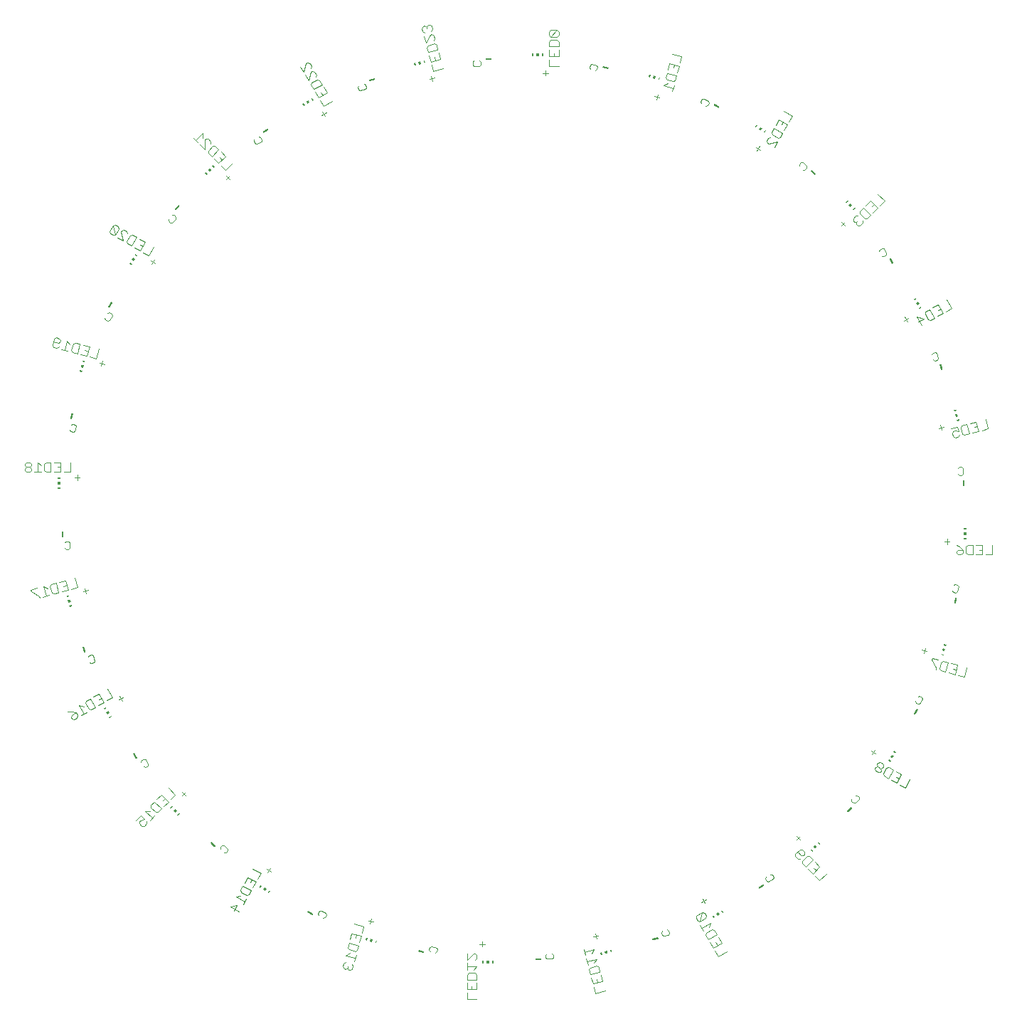
<source format=gbo>
G75*
%MOIN*%
%OFA0B0*%
%FSLAX25Y25*%
%IPPOS*%
%LPD*%
%AMOC8*
5,1,8,0,0,1.08239X$1,22.5*
%
%ADD10C,0.00300*%
%ADD11R,0.00591X0.01181*%
%ADD12R,0.01181X0.01181*%
%ADD13C,0.00400*%
%ADD14R,0.01181X0.01181*%
%ADD15R,0.01181X0.00591*%
%ADD16C,0.00050*%
D10*
X0186575Y0187495D02*
X0188321Y0189241D01*
X0188321Y0187495D02*
X0186575Y0189241D01*
X0170508Y0201394D02*
X0169439Y0200777D01*
X0168596Y0201003D01*
X0170508Y0201394D02*
X0170734Y0202237D01*
X0169499Y0204376D01*
X0168656Y0204601D01*
X0167587Y0203984D01*
X0167361Y0203141D01*
X0158596Y0231871D02*
X0157362Y0234009D01*
X0159048Y0233557D02*
X0156910Y0232323D01*
X0145117Y0249838D02*
X0143924Y0249518D01*
X0143168Y0249955D01*
X0145117Y0249838D02*
X0145553Y0250594D01*
X0144914Y0252978D01*
X0144158Y0253415D01*
X0142966Y0253095D01*
X0142529Y0252339D01*
X0141649Y0282188D02*
X0141010Y0284572D01*
X0140138Y0283061D02*
X0142522Y0283700D01*
X0133370Y0302894D02*
X0132135Y0302894D01*
X0131518Y0303511D01*
X0133370Y0302894D02*
X0133987Y0303511D01*
X0133987Y0305980D01*
X0133370Y0306597D01*
X0132135Y0306597D01*
X0131518Y0305980D01*
X0137502Y0335267D02*
X0137502Y0337736D01*
X0138736Y0336501D02*
X0136267Y0336501D01*
X0135587Y0357642D02*
X0134394Y0357961D01*
X0133958Y0358717D01*
X0135587Y0357642D02*
X0136342Y0358078D01*
X0136981Y0360463D01*
X0136545Y0361219D01*
X0135353Y0361538D01*
X0134597Y0361102D01*
X0148742Y0388630D02*
X0149381Y0391015D01*
X0147869Y0390142D02*
X0150254Y0389503D01*
X0151702Y0409825D02*
X0150633Y0410442D01*
X0150407Y0411285D01*
X0151702Y0409825D02*
X0152545Y0410050D01*
X0153780Y0412188D01*
X0153554Y0413032D01*
X0152485Y0413649D01*
X0151641Y0413423D01*
X0172317Y0436363D02*
X0173552Y0438501D01*
X0171866Y0438049D02*
X0174004Y0436815D01*
X0181058Y0455851D02*
X0180185Y0456724D01*
X0180185Y0457597D01*
X0181058Y0455851D02*
X0181931Y0455851D01*
X0183677Y0457597D01*
X0183677Y0458470D01*
X0182804Y0459342D01*
X0181931Y0459342D01*
X0207240Y0476128D02*
X0208985Y0477874D01*
X0207240Y0477874D02*
X0208985Y0476128D01*
X0220794Y0492892D02*
X0220177Y0493961D01*
X0220403Y0494804D01*
X0220794Y0492892D02*
X0221638Y0492666D01*
X0223776Y0493901D01*
X0224001Y0494744D01*
X0223384Y0495813D01*
X0222541Y0496039D01*
X0251961Y0506164D02*
X0254099Y0507398D01*
X0252413Y0507850D02*
X0253648Y0505712D01*
X0269338Y0518283D02*
X0269018Y0519476D01*
X0269455Y0520232D01*
X0269338Y0518283D02*
X0270094Y0517847D01*
X0272478Y0518486D01*
X0272915Y0519242D01*
X0272595Y0520434D01*
X0271839Y0520871D01*
X0302470Y0522990D02*
X0304855Y0523629D01*
X0303343Y0524502D02*
X0303982Y0522118D01*
X0322794Y0529830D02*
X0322794Y0531065D01*
X0323411Y0531682D01*
X0322794Y0529830D02*
X0323411Y0529213D01*
X0325880Y0529213D01*
X0326497Y0529830D01*
X0326497Y0531065D01*
X0325880Y0531682D01*
X0355681Y0525902D02*
X0358150Y0525902D01*
X0356916Y0527136D02*
X0356916Y0524667D01*
X0377475Y0528597D02*
X0377795Y0529790D01*
X0378551Y0530226D01*
X0380935Y0529587D01*
X0381372Y0528831D01*
X0381052Y0527639D01*
X0380296Y0527203D01*
X0377912Y0527842D02*
X0377475Y0528597D01*
X0408030Y0515058D02*
X0410415Y0514419D01*
X0409542Y0515931D02*
X0408903Y0513546D01*
X0429679Y0512591D02*
X0430296Y0513660D01*
X0431139Y0513886D01*
X0433277Y0512652D01*
X0433503Y0511809D01*
X0432886Y0510740D01*
X0432043Y0510514D01*
X0429905Y0511748D02*
X0429679Y0512591D01*
X0455563Y0491183D02*
X0457701Y0489948D01*
X0457249Y0491634D02*
X0456015Y0489496D01*
X0475795Y0483191D02*
X0476668Y0484063D01*
X0477541Y0484063D01*
X0479287Y0482318D01*
X0479287Y0481445D01*
X0478414Y0480572D01*
X0477541Y0480572D01*
X0475795Y0482318D02*
X0475795Y0483191D01*
X0495528Y0456260D02*
X0497274Y0454515D01*
X0497274Y0456260D02*
X0495528Y0454515D01*
X0513582Y0443265D02*
X0514651Y0443883D01*
X0515495Y0443657D01*
X0516729Y0441519D01*
X0516503Y0440676D01*
X0515434Y0440058D01*
X0514591Y0440284D01*
X0513357Y0442422D02*
X0513582Y0443265D01*
X0525264Y0411639D02*
X0526498Y0409501D01*
X0526950Y0411187D02*
X0524812Y0409952D01*
X0538466Y0394802D02*
X0539658Y0395121D01*
X0540414Y0394685D01*
X0541053Y0392300D01*
X0540617Y0391545D01*
X0539424Y0391225D01*
X0538668Y0391661D01*
X0538029Y0394046D02*
X0538466Y0394802D01*
X0541990Y0361030D02*
X0542629Y0358645D01*
X0543502Y0360157D02*
X0541118Y0359518D01*
X0550845Y0341309D02*
X0552079Y0341309D01*
X0552696Y0340692D01*
X0552696Y0338223D01*
X0552079Y0337606D01*
X0550845Y0337606D01*
X0550227Y0338223D01*
X0550227Y0340692D02*
X0550845Y0341309D01*
X0545102Y0307719D02*
X0545102Y0305250D01*
X0546336Y0306484D02*
X0543867Y0306484D01*
X0548898Y0286425D02*
X0550090Y0286105D01*
X0550526Y0285349D01*
X0549887Y0282965D01*
X0549131Y0282528D01*
X0547939Y0282848D01*
X0547503Y0283604D01*
X0548142Y0285988D02*
X0548898Y0286425D01*
X0534891Y0256554D02*
X0534252Y0254169D01*
X0533380Y0255681D02*
X0535764Y0255042D01*
X0532291Y0234121D02*
X0533360Y0233504D01*
X0533586Y0232661D01*
X0532352Y0230523D01*
X0531509Y0230297D01*
X0530440Y0230914D01*
X0530214Y0231757D01*
X0531448Y0233895D02*
X0532291Y0234121D01*
X0511237Y0208830D02*
X0510003Y0206692D01*
X0511689Y0207144D02*
X0509551Y0208379D01*
X0502991Y0187505D02*
X0503863Y0186632D01*
X0503863Y0185759D01*
X0502118Y0184013D01*
X0501245Y0184013D01*
X0500372Y0184886D01*
X0500372Y0185759D01*
X0502118Y0187505D02*
X0502991Y0187505D01*
X0476305Y0168521D02*
X0474559Y0166775D01*
X0474559Y0168521D02*
X0476305Y0166775D01*
X0463166Y0150318D02*
X0463783Y0149249D01*
X0463557Y0148405D01*
X0461419Y0147171D01*
X0460576Y0147397D01*
X0459959Y0148466D01*
X0460184Y0149309D01*
X0462322Y0150543D02*
X0463166Y0150318D01*
X0432129Y0138696D02*
X0429991Y0137462D01*
X0430443Y0139148D02*
X0431677Y0137010D01*
X0414702Y0124234D02*
X0415022Y0123042D01*
X0414585Y0122286D01*
X0412200Y0121647D01*
X0411445Y0122083D01*
X0411125Y0123276D01*
X0411561Y0124032D01*
X0413946Y0124671D02*
X0414702Y0124234D01*
X0381712Y0121949D02*
X0379328Y0121310D01*
X0380200Y0122822D02*
X0380839Y0120437D01*
X0360609Y0112855D02*
X0360609Y0111621D01*
X0359992Y0111004D01*
X0357523Y0111004D01*
X0356906Y0111621D01*
X0356906Y0112855D01*
X0357523Y0113473D01*
X0359992Y0113473D02*
X0360609Y0112855D01*
X0328433Y0117902D02*
X0325964Y0117902D01*
X0327199Y0119136D02*
X0327199Y0116667D01*
X0306258Y0115487D02*
X0305939Y0114294D01*
X0305183Y0113858D01*
X0306258Y0115487D02*
X0305822Y0116242D01*
X0303437Y0116881D01*
X0302681Y0116445D01*
X0302362Y0115253D01*
X0302798Y0114497D01*
X0276154Y0128309D02*
X0273769Y0128948D01*
X0275281Y0129820D02*
X0274642Y0127436D01*
X0254175Y0131502D02*
X0253558Y0130433D01*
X0252715Y0130207D01*
X0254175Y0131502D02*
X0253950Y0132345D01*
X0251812Y0133579D01*
X0250968Y0133354D01*
X0250351Y0132285D01*
X0250577Y0131441D01*
X0228430Y0151863D02*
X0226292Y0153097D01*
X0226744Y0151411D02*
X0227979Y0153549D01*
X0208049Y0161658D02*
X0207176Y0160785D01*
X0206303Y0160785D01*
X0208049Y0161658D02*
X0208049Y0162531D01*
X0206303Y0164277D01*
X0205430Y0164277D01*
X0204558Y0163404D01*
X0204558Y0162531D01*
D11*
G36*
X0184745Y0178087D02*
X0184328Y0178504D01*
X0185161Y0179337D01*
X0185578Y0178920D01*
X0184745Y0178087D01*
G37*
G36*
X0181404Y0181428D02*
X0180987Y0181845D01*
X0181820Y0182678D01*
X0182237Y0182261D01*
X0181404Y0181428D01*
G37*
G36*
X0152707Y0223709D02*
X0152412Y0224220D01*
X0153433Y0224809D01*
X0153728Y0224298D01*
X0152707Y0223709D01*
G37*
G36*
X0150344Y0227800D02*
X0150049Y0228311D01*
X0151070Y0228900D01*
X0151365Y0228389D01*
X0150344Y0227800D01*
G37*
G36*
X0133848Y0275828D02*
X0133695Y0276397D01*
X0134834Y0276702D01*
X0134987Y0276133D01*
X0133848Y0275828D01*
G37*
G36*
X0132625Y0280392D02*
X0132472Y0280961D01*
X0133611Y0281266D01*
X0133764Y0280697D01*
X0132625Y0280392D01*
G37*
G36*
X0138572Y0386139D02*
X0138725Y0386708D01*
X0139864Y0386403D01*
X0139711Y0385834D01*
X0138572Y0386139D01*
G37*
G36*
X0139795Y0390703D02*
X0139948Y0391272D01*
X0141087Y0390967D01*
X0140934Y0390398D01*
X0139795Y0390703D01*
G37*
G36*
X0161849Y0436589D02*
X0162144Y0437100D01*
X0163165Y0436511D01*
X0162870Y0436000D01*
X0161849Y0436589D01*
G37*
G36*
X0164212Y0440680D02*
X0164507Y0441191D01*
X0165528Y0440602D01*
X0165233Y0440091D01*
X0164212Y0440680D01*
G37*
G36*
X0197187Y0479055D02*
X0197604Y0479472D01*
X0198437Y0478639D01*
X0198020Y0478222D01*
X0197187Y0479055D01*
G37*
G36*
X0200528Y0482396D02*
X0200945Y0482813D01*
X0201778Y0481980D01*
X0201361Y0481563D01*
X0200528Y0482396D01*
G37*
G36*
X0243009Y0511593D02*
X0243520Y0511888D01*
X0244109Y0510867D01*
X0243598Y0510572D01*
X0243009Y0511593D01*
G37*
G36*
X0247100Y0513956D02*
X0247611Y0514251D01*
X0248200Y0513230D01*
X0247689Y0512935D01*
X0247100Y0513956D01*
G37*
G36*
X0295228Y0530552D02*
X0295797Y0530705D01*
X0296102Y0529566D01*
X0295533Y0529413D01*
X0295228Y0530552D01*
G37*
G36*
X0299792Y0531775D02*
X0300361Y0531928D01*
X0300666Y0530789D01*
X0300097Y0530636D01*
X0299792Y0531775D01*
G37*
X0350938Y0534491D03*
X0355662Y0534491D03*
G36*
X0405539Y0525228D02*
X0406108Y0525075D01*
X0405803Y0523936D01*
X0405234Y0524089D01*
X0405539Y0525228D01*
G37*
G36*
X0410103Y0524005D02*
X0410672Y0523852D01*
X0410367Y0522713D01*
X0409798Y0522866D01*
X0410103Y0524005D01*
G37*
G36*
X0455789Y0501651D02*
X0456300Y0501356D01*
X0455711Y0500335D01*
X0455200Y0500630D01*
X0455789Y0501651D01*
G37*
G36*
X0459880Y0499288D02*
X0460391Y0498993D01*
X0459802Y0497972D01*
X0459291Y0498267D01*
X0459880Y0499288D01*
G37*
G36*
X0498455Y0466313D02*
X0498872Y0465896D01*
X0498039Y0465063D01*
X0497622Y0465480D01*
X0498455Y0466313D01*
G37*
G36*
X0501796Y0462972D02*
X0502213Y0462555D01*
X0501380Y0461722D01*
X0500963Y0462139D01*
X0501796Y0462972D01*
G37*
G36*
X0530693Y0420591D02*
X0530988Y0420080D01*
X0529967Y0419491D01*
X0529672Y0420002D01*
X0530693Y0420591D01*
G37*
G36*
X0533056Y0416500D02*
X0533351Y0415989D01*
X0532330Y0415400D01*
X0532035Y0415911D01*
X0533056Y0416500D01*
G37*
G36*
X0549552Y0368272D02*
X0549705Y0367703D01*
X0548566Y0367398D01*
X0548413Y0367967D01*
X0549552Y0368272D01*
G37*
G36*
X0550775Y0363708D02*
X0550928Y0363139D01*
X0549789Y0362834D01*
X0549636Y0363403D01*
X0550775Y0363708D01*
G37*
G36*
X0544828Y0258161D02*
X0544675Y0257592D01*
X0543536Y0257897D01*
X0543689Y0258466D01*
X0544828Y0258161D01*
G37*
G36*
X0543605Y0253597D02*
X0543452Y0253028D01*
X0542313Y0253333D01*
X0542466Y0253902D01*
X0543605Y0253597D01*
G37*
G36*
X0521251Y0207811D02*
X0520956Y0207300D01*
X0519935Y0207889D01*
X0520230Y0208400D01*
X0521251Y0207811D01*
G37*
G36*
X0518888Y0203720D02*
X0518593Y0203209D01*
X0517572Y0203798D01*
X0517867Y0204309D01*
X0518888Y0203720D01*
G37*
G36*
X0485713Y0164945D02*
X0485296Y0164528D01*
X0484463Y0165361D01*
X0484880Y0165778D01*
X0485713Y0164945D01*
G37*
G36*
X0482372Y0161604D02*
X0481955Y0161187D01*
X0481122Y0162020D01*
X0481539Y0162437D01*
X0482372Y0161604D01*
G37*
G36*
X0440291Y0132807D02*
X0439780Y0132512D01*
X0439191Y0133533D01*
X0439702Y0133828D01*
X0440291Y0132807D01*
G37*
G36*
X0436200Y0130444D02*
X0435689Y0130149D01*
X0435100Y0131170D01*
X0435611Y0131465D01*
X0436200Y0130444D01*
G37*
G36*
X0388072Y0114148D02*
X0387503Y0113995D01*
X0387198Y0115134D01*
X0387767Y0115287D01*
X0388072Y0114148D01*
G37*
G36*
X0383508Y0112925D02*
X0382939Y0112772D01*
X0382634Y0113911D01*
X0383203Y0114064D01*
X0383508Y0112925D01*
G37*
X0332262Y0109309D03*
X0327538Y0109309D03*
G36*
X0277761Y0118372D02*
X0277192Y0118525D01*
X0277497Y0119664D01*
X0278066Y0119511D01*
X0277761Y0118372D01*
G37*
G36*
X0273197Y0119595D02*
X0272628Y0119748D01*
X0272933Y0120887D01*
X0273502Y0120734D01*
X0273197Y0119595D01*
G37*
G36*
X0227411Y0141849D02*
X0226900Y0142144D01*
X0227489Y0143165D01*
X0228000Y0142870D01*
X0227411Y0141849D01*
G37*
G36*
X0223320Y0144212D02*
X0222809Y0144507D01*
X0223398Y0145528D01*
X0223909Y0145233D01*
X0223320Y0144212D01*
G37*
D12*
X0329900Y0109309D03*
X0128909Y0333800D03*
X0353300Y0534491D03*
X0553691Y0310100D03*
D13*
X0168768Y0173221D02*
X0167682Y0173221D01*
X0166597Y0174307D01*
X0166597Y0175392D01*
X0167140Y0175934D01*
X0168768Y0176477D01*
X0167140Y0178105D01*
X0164970Y0175934D01*
X0168768Y0173221D02*
X0169853Y0174307D01*
X0169853Y0175392D01*
X0171480Y0175934D02*
X0173651Y0178105D01*
X0172566Y0177019D02*
X0169310Y0180275D01*
X0171480Y0180275D01*
X0172023Y0181903D02*
X0172023Y0182988D01*
X0173651Y0184616D01*
X0176906Y0181360D01*
X0175279Y0179732D01*
X0174193Y0179732D01*
X0172023Y0181903D01*
X0174736Y0185701D02*
X0176906Y0187871D01*
X0180162Y0184616D01*
X0177991Y0182445D01*
X0177449Y0185158D02*
X0178534Y0186243D01*
X0181247Y0185701D02*
X0183417Y0187871D01*
X0180162Y0191127D01*
X0149970Y0231201D02*
X0147312Y0229667D01*
X0145983Y0228899D02*
X0143989Y0227748D01*
X0142941Y0228029D01*
X0141406Y0230687D01*
X0141687Y0231736D01*
X0143681Y0232886D01*
X0145983Y0228899D01*
X0147490Y0232428D02*
X0148819Y0233195D01*
X0147668Y0235188D02*
X0149970Y0231201D01*
X0151299Y0231969D02*
X0153957Y0233503D01*
X0151655Y0237490D01*
X0147668Y0235188D02*
X0145010Y0233654D01*
X0140461Y0229255D02*
X0138365Y0229817D01*
X0140667Y0225830D01*
X0141996Y0226597D02*
X0139338Y0225063D01*
X0137625Y0224960D02*
X0137344Y0223912D01*
X0136015Y0223144D01*
X0134967Y0223425D01*
X0134583Y0224090D01*
X0134864Y0225138D01*
X0136858Y0226289D01*
X0137625Y0224960D01*
X0136858Y0226289D02*
X0134761Y0226851D01*
X0133048Y0226748D01*
X0119802Y0280199D02*
X0119604Y0280940D01*
X0115845Y0283110D01*
X0115646Y0283851D01*
X0118611Y0284646D01*
X0121576Y0285440D02*
X0122767Y0280993D01*
X0124249Y0281390D02*
X0121285Y0280596D01*
X0123455Y0284355D02*
X0121576Y0285440D01*
X0124739Y0285493D02*
X0125533Y0282529D01*
X0126473Y0281986D01*
X0128697Y0282582D01*
X0127505Y0287029D01*
X0125281Y0286433D01*
X0124739Y0285493D01*
X0128987Y0287426D02*
X0131952Y0288221D01*
X0133144Y0283774D01*
X0130179Y0282979D01*
X0131065Y0285600D02*
X0132548Y0285997D01*
X0134626Y0284171D02*
X0137591Y0284965D01*
X0136399Y0289412D01*
X0134300Y0339000D02*
X0131231Y0339000D01*
X0129696Y0339000D02*
X0129696Y0343604D01*
X0126627Y0343604D01*
X0125092Y0343604D02*
X0122790Y0343604D01*
X0122023Y0342837D01*
X0122023Y0339767D01*
X0122790Y0339000D01*
X0125092Y0339000D01*
X0125092Y0343604D01*
X0128161Y0341302D02*
X0129696Y0341302D01*
X0129696Y0339000D02*
X0126627Y0339000D01*
X0120488Y0339000D02*
X0117419Y0339000D01*
X0118954Y0339000D02*
X0118954Y0343604D01*
X0120488Y0342069D01*
X0115884Y0342069D02*
X0115117Y0341302D01*
X0113582Y0341302D01*
X0112815Y0340535D01*
X0112815Y0339767D01*
X0113582Y0339000D01*
X0115117Y0339000D01*
X0115884Y0339767D01*
X0115884Y0340535D01*
X0115117Y0341302D01*
X0115884Y0342069D02*
X0115884Y0342837D01*
X0115117Y0343604D01*
X0113582Y0343604D01*
X0112815Y0342837D01*
X0112815Y0342069D01*
X0113582Y0341302D01*
X0134300Y0343604D02*
X0134300Y0339000D01*
X0146382Y0392180D02*
X0143418Y0392975D01*
X0141935Y0393372D02*
X0143127Y0397819D01*
X0140162Y0398613D01*
X0138680Y0399011D02*
X0136456Y0399606D01*
X0135517Y0399064D01*
X0134722Y0396099D01*
X0135265Y0395159D01*
X0137488Y0394564D01*
X0138680Y0399011D01*
X0141049Y0395993D02*
X0142531Y0395596D01*
X0141935Y0393372D02*
X0138971Y0394166D01*
X0133041Y0395755D02*
X0130076Y0396550D01*
X0131559Y0396152D02*
X0132750Y0400599D01*
X0133836Y0398720D01*
X0129389Y0399911D02*
X0128449Y0399369D01*
X0126225Y0399965D01*
X0126622Y0401447D02*
X0125828Y0398482D01*
X0126371Y0397543D01*
X0127853Y0397145D01*
X0128793Y0397688D01*
X0129389Y0399911D02*
X0129587Y0400653D01*
X0129045Y0401592D01*
X0127562Y0401990D01*
X0126622Y0401447D01*
X0147574Y0396628D02*
X0146382Y0392180D01*
X0170957Y0440403D02*
X0168299Y0441938D01*
X0166970Y0442705D02*
X0164312Y0444240D01*
X0162983Y0445007D02*
X0160989Y0446158D01*
X0160708Y0447206D01*
X0162243Y0449864D01*
X0163291Y0450145D01*
X0165285Y0448994D01*
X0162983Y0445007D01*
X0166792Y0445466D02*
X0168121Y0444699D01*
X0169272Y0446692D02*
X0166970Y0442705D01*
X0170957Y0440403D02*
X0173259Y0444390D01*
X0169272Y0446692D02*
X0166614Y0448227D01*
X0160914Y0450632D02*
X0160633Y0451680D01*
X0159304Y0452447D01*
X0158256Y0452166D01*
X0157872Y0451502D01*
X0158996Y0447309D01*
X0156338Y0448844D01*
X0155392Y0450276D02*
X0156927Y0452934D01*
X0156646Y0453982D01*
X0155317Y0454749D01*
X0154269Y0454468D01*
X0155392Y0450276D01*
X0154344Y0449995D01*
X0153015Y0450762D01*
X0152734Y0451810D01*
X0154269Y0454468D01*
X0193949Y0493405D02*
X0191779Y0495575D01*
X0192864Y0494490D02*
X0196120Y0497745D01*
X0196120Y0495575D01*
X0197205Y0494490D02*
X0197747Y0495032D01*
X0198832Y0495032D01*
X0199918Y0493947D01*
X0199918Y0492862D01*
X0201003Y0491777D02*
X0202088Y0491777D01*
X0203716Y0490149D01*
X0200460Y0486894D01*
X0198832Y0488521D01*
X0198832Y0489607D01*
X0201003Y0491777D01*
X0197205Y0490149D02*
X0197205Y0494490D01*
X0195034Y0492320D02*
X0197205Y0490149D01*
X0201545Y0485809D02*
X0203716Y0483638D01*
X0206971Y0486894D01*
X0204801Y0489064D01*
X0204258Y0486351D02*
X0205343Y0485266D01*
X0204801Y0482553D02*
X0206971Y0480383D01*
X0210227Y0483638D01*
X0252803Y0510343D02*
X0251269Y0513001D01*
X0250501Y0514330D02*
X0248967Y0516988D01*
X0248199Y0518317D02*
X0247048Y0520311D01*
X0247329Y0521359D01*
X0249987Y0522894D01*
X0251036Y0522613D01*
X0252187Y0520619D01*
X0248199Y0518317D01*
X0251728Y0516810D02*
X0252495Y0515481D01*
X0254489Y0516632D02*
X0250501Y0514330D01*
X0252803Y0510343D02*
X0256790Y0512645D01*
X0254489Y0516632D02*
X0252954Y0519290D01*
X0249220Y0524223D02*
X0249501Y0525271D01*
X0248734Y0526600D01*
X0247685Y0526881D01*
X0247021Y0526497D01*
X0245897Y0522304D01*
X0244363Y0524962D01*
X0243596Y0526291D02*
X0244719Y0530484D01*
X0245383Y0530868D01*
X0246432Y0530587D01*
X0247199Y0529258D01*
X0246918Y0528210D01*
X0243596Y0526291D02*
X0242061Y0528950D01*
X0299400Y0545339D02*
X0299003Y0546821D01*
X0299546Y0547761D01*
X0300287Y0547959D01*
X0301227Y0547417D01*
X0301425Y0546676D01*
X0301227Y0547417D02*
X0301769Y0548357D01*
X0302510Y0548555D01*
X0303450Y0548013D01*
X0303847Y0546530D01*
X0303305Y0545591D01*
X0303702Y0544108D02*
X0304642Y0543566D01*
X0305039Y0542083D01*
X0304496Y0541144D01*
X0304894Y0539661D02*
X0305833Y0539119D01*
X0306429Y0536895D01*
X0301982Y0535703D01*
X0301386Y0537927D01*
X0301929Y0538867D01*
X0304894Y0539661D01*
X0300790Y0540151D02*
X0302961Y0543910D01*
X0303702Y0544108D01*
X0300340Y0544796D02*
X0299400Y0545339D01*
X0299996Y0543115D02*
X0300790Y0540151D01*
X0302379Y0534221D02*
X0303174Y0531256D01*
X0307621Y0532448D01*
X0306826Y0535413D01*
X0305000Y0533335D02*
X0305397Y0531852D01*
X0303571Y0529774D02*
X0304365Y0526809D01*
X0308812Y0528001D01*
X0358500Y0529100D02*
X0358500Y0532169D01*
X0358500Y0533704D02*
X0358500Y0536773D01*
X0358500Y0538308D02*
X0358500Y0540610D01*
X0359267Y0541377D01*
X0362337Y0541377D01*
X0363104Y0540610D01*
X0363104Y0538308D01*
X0358500Y0538308D01*
X0360802Y0535239D02*
X0360802Y0533704D01*
X0363104Y0533704D02*
X0358500Y0533704D01*
X0363104Y0533704D02*
X0363104Y0536773D01*
X0362337Y0542912D02*
X0363104Y0543679D01*
X0363104Y0545214D01*
X0362337Y0545981D01*
X0359267Y0542912D01*
X0358500Y0543679D01*
X0358500Y0545214D01*
X0359267Y0545981D01*
X0362337Y0545981D01*
X0362337Y0542912D02*
X0359267Y0542912D01*
X0358500Y0529100D02*
X0363104Y0529100D01*
X0412268Y0519997D02*
X0416715Y0518805D01*
X0416317Y0517323D02*
X0417112Y0520288D01*
X0416768Y0521969D02*
X0413803Y0522763D01*
X0413261Y0523703D01*
X0413856Y0525926D01*
X0418303Y0524735D01*
X0417708Y0522511D01*
X0416768Y0521969D01*
X0414147Y0521082D02*
X0412268Y0519997D01*
X0414254Y0527409D02*
X0415048Y0530373D01*
X0419495Y0529182D01*
X0418701Y0526217D01*
X0416874Y0528295D02*
X0417271Y0529778D01*
X0419892Y0530664D02*
X0420687Y0533629D01*
X0416240Y0534821D01*
X0461318Y0495521D02*
X0462366Y0495802D01*
X0461318Y0495521D02*
X0460551Y0494192D01*
X0460832Y0493144D01*
X0461496Y0492760D01*
X0465689Y0493884D01*
X0464154Y0491226D01*
X0465792Y0495596D02*
X0463134Y0497131D01*
X0462853Y0498179D01*
X0464004Y0500173D01*
X0467991Y0497871D01*
X0466840Y0495877D01*
X0465792Y0495596D01*
X0468758Y0499200D02*
X0470293Y0501858D01*
X0466306Y0504160D01*
X0464771Y0501502D01*
X0467532Y0501680D02*
X0468299Y0503009D01*
X0471060Y0503187D02*
X0472595Y0505845D01*
X0468608Y0508147D01*
X0512519Y0469271D02*
X0515775Y0466015D01*
X0513604Y0463845D01*
X0512519Y0462760D02*
X0510349Y0460589D01*
X0509264Y0459504D02*
X0507636Y0457877D01*
X0506551Y0457877D01*
X0504380Y0460047D01*
X0504380Y0461132D01*
X0506008Y0462760D01*
X0509264Y0459504D01*
X0509806Y0463302D02*
X0510891Y0464388D01*
X0509264Y0466015D02*
X0512519Y0462760D01*
X0509264Y0466015D02*
X0507093Y0463845D01*
X0503295Y0458962D02*
X0502210Y0458962D01*
X0501125Y0457877D01*
X0501125Y0456791D01*
X0501668Y0456249D01*
X0502753Y0456249D01*
X0502753Y0455164D01*
X0503295Y0454621D01*
X0504380Y0454621D01*
X0505466Y0455706D01*
X0505466Y0456791D01*
X0503295Y0456791D02*
X0502753Y0456249D01*
X0535075Y0414053D02*
X0537069Y0415204D01*
X0539371Y0411217D01*
X0537377Y0410066D01*
X0536329Y0410347D01*
X0534795Y0413005D01*
X0535075Y0414053D01*
X0534233Y0410908D02*
X0531575Y0409374D01*
X0531088Y0411751D02*
X0534233Y0410908D01*
X0533390Y0407764D02*
X0531088Y0411751D01*
X0538398Y0415971D02*
X0541056Y0417506D01*
X0543358Y0413519D01*
X0540700Y0411984D01*
X0540878Y0414745D02*
X0542207Y0415512D01*
X0544687Y0414286D02*
X0547345Y0415821D01*
X0545043Y0419808D01*
X0558763Y0362610D02*
X0559955Y0358163D01*
X0556990Y0357368D01*
X0555508Y0356971D02*
X0553284Y0356375D01*
X0552344Y0356918D01*
X0551550Y0359883D01*
X0552093Y0360822D01*
X0554316Y0361418D01*
X0555508Y0356971D01*
X0557877Y0359989D02*
X0559359Y0360386D01*
X0558763Y0362610D02*
X0555799Y0361815D01*
X0549869Y0360227D02*
X0550465Y0358003D01*
X0548784Y0358347D01*
X0548043Y0358149D01*
X0547500Y0357209D01*
X0547897Y0355726D01*
X0548837Y0355184D01*
X0550320Y0355581D01*
X0550862Y0356521D01*
X0549869Y0360227D02*
X0546904Y0359432D01*
X0561437Y0358560D02*
X0564402Y0359354D01*
X0563210Y0363801D01*
X0561712Y0304904D02*
X0558643Y0304904D01*
X0557108Y0304904D02*
X0554806Y0304904D01*
X0554039Y0304137D01*
X0554039Y0301067D01*
X0554806Y0300300D01*
X0557108Y0300300D01*
X0557108Y0304904D01*
X0560177Y0302602D02*
X0561712Y0302602D01*
X0561712Y0304904D02*
X0561712Y0300300D01*
X0558643Y0300300D01*
X0563246Y0300300D02*
X0566316Y0300300D01*
X0566316Y0304904D01*
X0552504Y0302602D02*
X0552504Y0301067D01*
X0551737Y0300300D01*
X0550202Y0300300D01*
X0549435Y0301067D01*
X0549435Y0301835D01*
X0550202Y0302602D01*
X0552504Y0302602D01*
X0550969Y0304137D01*
X0549435Y0304904D01*
X0538115Y0251830D02*
X0537916Y0251088D01*
X0540086Y0247329D01*
X0539888Y0246588D01*
X0541569Y0246932D02*
X0542363Y0249897D01*
X0543303Y0250439D01*
X0545527Y0249844D01*
X0544335Y0245397D01*
X0542111Y0245992D01*
X0541569Y0246932D01*
X0541079Y0251035D02*
X0538115Y0251830D01*
X0545817Y0244999D02*
X0548782Y0244205D01*
X0549974Y0248652D01*
X0547009Y0249446D01*
X0547895Y0246826D02*
X0549378Y0246429D01*
X0550264Y0243808D02*
X0553229Y0243013D01*
X0554421Y0247460D01*
X0523760Y0197294D02*
X0521458Y0193307D01*
X0518800Y0194842D01*
X0517471Y0195609D02*
X0515477Y0196760D01*
X0515197Y0197808D01*
X0516731Y0200466D01*
X0517779Y0200747D01*
X0519773Y0199596D01*
X0517471Y0195609D01*
X0521280Y0196068D02*
X0522609Y0195301D01*
X0523760Y0197294D02*
X0521102Y0198829D01*
X0515402Y0201234D02*
X0515019Y0200569D01*
X0513970Y0200288D01*
X0512641Y0201055D01*
X0511593Y0200775D01*
X0511209Y0200110D01*
X0511490Y0199062D01*
X0512819Y0198295D01*
X0513868Y0198575D01*
X0514251Y0199240D01*
X0513970Y0200288D01*
X0512641Y0201055D02*
X0512360Y0202104D01*
X0512744Y0202768D01*
X0513792Y0203049D01*
X0515121Y0202282D01*
X0515402Y0201234D01*
X0522787Y0192540D02*
X0525445Y0191005D01*
X0527747Y0194992D01*
X0485415Y0154136D02*
X0482160Y0150881D01*
X0479990Y0153051D01*
X0478904Y0154136D02*
X0477277Y0155764D01*
X0477277Y0156849D01*
X0479447Y0159020D01*
X0480532Y0159020D01*
X0482160Y0157392D01*
X0478904Y0154136D01*
X0482702Y0153594D02*
X0483788Y0152509D01*
X0485415Y0154136D02*
X0483245Y0156307D01*
X0478362Y0160105D02*
X0477819Y0159562D01*
X0476734Y0159562D01*
X0475106Y0161190D01*
X0474021Y0160105D02*
X0476191Y0162275D01*
X0477277Y0162275D01*
X0478362Y0161190D01*
X0478362Y0160105D01*
X0476191Y0157934D02*
X0475106Y0157934D01*
X0474021Y0159020D01*
X0474021Y0160105D01*
X0483245Y0149796D02*
X0485415Y0147625D01*
X0488671Y0150881D01*
X0437973Y0121115D02*
X0439508Y0118457D01*
X0435521Y0116155D01*
X0433986Y0118813D01*
X0433219Y0120142D02*
X0432068Y0122135D01*
X0432349Y0123184D01*
X0435007Y0124718D01*
X0436055Y0124437D01*
X0437206Y0122444D01*
X0433219Y0120142D01*
X0436747Y0118635D02*
X0437514Y0117306D01*
X0436288Y0114826D02*
X0437823Y0112168D01*
X0441810Y0114470D01*
X0430917Y0124129D02*
X0429382Y0126787D01*
X0430150Y0125458D02*
X0434137Y0127760D01*
X0433575Y0125664D01*
X0431938Y0130034D02*
X0432218Y0131083D01*
X0431451Y0132412D01*
X0430403Y0132692D01*
X0429280Y0128500D01*
X0428231Y0128781D01*
X0427464Y0130110D01*
X0427745Y0131158D01*
X0430403Y0132692D01*
X0431938Y0130034D02*
X0429280Y0128500D01*
X0384793Y0096043D02*
X0380346Y0094851D01*
X0379552Y0097816D01*
X0379154Y0099298D02*
X0378360Y0102263D01*
X0377963Y0103745D02*
X0377367Y0105969D01*
X0377910Y0106908D01*
X0380874Y0107703D01*
X0381814Y0107160D01*
X0382410Y0104937D01*
X0377963Y0103745D01*
X0380981Y0101376D02*
X0381378Y0099894D01*
X0383602Y0100490D02*
X0379154Y0099298D01*
X0383602Y0100490D02*
X0382807Y0103454D01*
X0379736Y0108987D02*
X0380821Y0110866D01*
X0376374Y0109675D01*
X0375977Y0111157D02*
X0376771Y0108192D01*
X0375580Y0112639D02*
X0374785Y0115604D01*
X0375183Y0114122D02*
X0379630Y0115313D01*
X0378544Y0113434D01*
X0324704Y0112798D02*
X0324704Y0111263D01*
X0323937Y0110496D01*
X0324704Y0112798D02*
X0323937Y0113565D01*
X0323169Y0113565D01*
X0320100Y0110496D01*
X0320100Y0113565D01*
X0320100Y0108961D02*
X0320100Y0105892D01*
X0320100Y0107427D02*
X0324704Y0107427D01*
X0323169Y0105892D01*
X0323937Y0104357D02*
X0324704Y0103590D01*
X0324704Y0101288D01*
X0320100Y0101288D01*
X0320100Y0103590D01*
X0320867Y0104357D01*
X0323937Y0104357D01*
X0324704Y0099754D02*
X0324704Y0096684D01*
X0320100Y0096684D01*
X0320100Y0099754D01*
X0322402Y0098219D02*
X0322402Y0096684D01*
X0320100Y0095150D02*
X0320100Y0092080D01*
X0324704Y0092080D01*
X0267350Y0109876D02*
X0268145Y0112841D01*
X0267748Y0111359D02*
X0263301Y0112550D01*
X0265180Y0113635D01*
X0264836Y0115316D02*
X0264294Y0116256D01*
X0264889Y0118480D01*
X0269336Y0117288D01*
X0268741Y0115065D01*
X0267801Y0114522D01*
X0264836Y0115316D01*
X0265287Y0119962D02*
X0266081Y0122927D01*
X0270528Y0121735D01*
X0269734Y0118771D01*
X0267907Y0120849D02*
X0268304Y0122331D01*
X0270925Y0123218D02*
X0271720Y0126182D01*
X0267272Y0127374D01*
X0263247Y0109387D02*
X0262308Y0108844D01*
X0261910Y0107362D01*
X0262453Y0106422D01*
X0263194Y0106224D01*
X0264134Y0106766D01*
X0264677Y0105827D01*
X0265418Y0105628D01*
X0266357Y0106171D01*
X0266755Y0107653D01*
X0266212Y0108593D01*
X0264333Y0107508D02*
X0264134Y0106766D01*
X0219760Y0144312D02*
X0221295Y0146970D01*
X0217308Y0149272D01*
X0215773Y0146614D01*
X0215006Y0145285D02*
X0213855Y0143291D01*
X0214136Y0142243D01*
X0216794Y0140708D01*
X0217842Y0140989D01*
X0218993Y0142983D01*
X0215006Y0145285D01*
X0218534Y0146792D02*
X0219301Y0148121D01*
X0222062Y0148299D02*
X0223597Y0150957D01*
X0219610Y0153259D01*
X0214033Y0140530D02*
X0211936Y0139968D01*
X0215923Y0137667D01*
X0216691Y0138996D02*
X0215156Y0136337D01*
X0212395Y0136159D02*
X0210861Y0133501D01*
X0213238Y0133015D02*
X0209251Y0135317D01*
X0212395Y0136159D01*
D14*
G36*
X0225620Y0142884D02*
X0224600Y0143474D01*
X0225190Y0144494D01*
X0226210Y0143904D01*
X0225620Y0142884D01*
G37*
G36*
X0183282Y0179548D02*
X0182448Y0180382D01*
X0183282Y0181216D01*
X0184116Y0180382D01*
X0183282Y0179548D01*
G37*
G36*
X0151674Y0225500D02*
X0151084Y0226520D01*
X0152104Y0227110D01*
X0152694Y0226090D01*
X0151674Y0225500D01*
G37*
G36*
X0133313Y0277825D02*
X0133008Y0278964D01*
X0134147Y0279269D01*
X0134452Y0278130D01*
X0133313Y0277825D01*
G37*
G36*
X0139108Y0388136D02*
X0139413Y0389275D01*
X0140552Y0388970D01*
X0140247Y0387831D01*
X0139108Y0388136D01*
G37*
G36*
X0162884Y0438380D02*
X0163474Y0439400D01*
X0164494Y0438810D01*
X0163904Y0437790D01*
X0162884Y0438380D01*
G37*
G36*
X0198648Y0480518D02*
X0199482Y0481352D01*
X0200316Y0480518D01*
X0199482Y0479684D01*
X0198648Y0480518D01*
G37*
G36*
X0244800Y0512626D02*
X0245820Y0513216D01*
X0246410Y0512196D01*
X0245390Y0511606D01*
X0244800Y0512626D01*
G37*
G36*
X0297225Y0531087D02*
X0298364Y0531392D01*
X0298669Y0530253D01*
X0297530Y0529948D01*
X0297225Y0531087D01*
G37*
G36*
X0407536Y0524692D02*
X0408675Y0524387D01*
X0408370Y0523248D01*
X0407231Y0523553D01*
X0407536Y0524692D01*
G37*
G36*
X0457580Y0500616D02*
X0458600Y0500026D01*
X0458010Y0499006D01*
X0456990Y0499596D01*
X0457580Y0500616D01*
G37*
G36*
X0499918Y0464852D02*
X0500752Y0464018D01*
X0499918Y0463184D01*
X0499084Y0464018D01*
X0499918Y0464852D01*
G37*
G36*
X0531726Y0418800D02*
X0532316Y0417780D01*
X0531296Y0417190D01*
X0530706Y0418210D01*
X0531726Y0418800D01*
G37*
G36*
X0550087Y0366275D02*
X0550392Y0365136D01*
X0549253Y0364831D01*
X0548948Y0365970D01*
X0550087Y0366275D01*
G37*
G36*
X0544292Y0256164D02*
X0543987Y0255025D01*
X0542848Y0255330D01*
X0543153Y0256469D01*
X0544292Y0256164D01*
G37*
G36*
X0520216Y0206020D02*
X0519626Y0205000D01*
X0518606Y0205590D01*
X0519196Y0206610D01*
X0520216Y0206020D01*
G37*
G36*
X0484252Y0163482D02*
X0483418Y0162648D01*
X0482584Y0163482D01*
X0483418Y0164316D01*
X0484252Y0163482D01*
G37*
G36*
X0438500Y0131774D02*
X0437480Y0131184D01*
X0436890Y0132204D01*
X0437910Y0132794D01*
X0438500Y0131774D01*
G37*
G36*
X0386075Y0113613D02*
X0384936Y0113308D01*
X0384631Y0114447D01*
X0385770Y0114752D01*
X0386075Y0113613D01*
G37*
G36*
X0275764Y0118908D02*
X0274625Y0119213D01*
X0274930Y0120352D01*
X0276069Y0120047D01*
X0275764Y0118908D01*
G37*
D15*
X0128909Y0331438D03*
X0128909Y0336162D03*
X0553691Y0312462D03*
X0553691Y0307738D03*
D16*
X0553006Y0332919D02*
X0553006Y0335281D01*
X0552613Y0335281D01*
X0552613Y0332919D01*
X0553006Y0332919D01*
X0553006Y0332947D02*
X0552613Y0332947D01*
X0552613Y0332996D02*
X0553006Y0332996D01*
X0553006Y0333044D02*
X0552613Y0333044D01*
X0552613Y0333093D02*
X0553006Y0333093D01*
X0553006Y0333141D02*
X0552613Y0333141D01*
X0552613Y0333190D02*
X0553006Y0333190D01*
X0553006Y0333238D02*
X0552613Y0333238D01*
X0552613Y0333287D02*
X0553006Y0333287D01*
X0553006Y0333335D02*
X0552613Y0333335D01*
X0552613Y0333384D02*
X0553006Y0333384D01*
X0553006Y0333432D02*
X0552613Y0333432D01*
X0552613Y0333481D02*
X0553006Y0333481D01*
X0553006Y0333529D02*
X0552613Y0333529D01*
X0552613Y0333578D02*
X0553006Y0333578D01*
X0553006Y0333626D02*
X0552613Y0333626D01*
X0552613Y0333675D02*
X0553006Y0333675D01*
X0553006Y0333723D02*
X0552613Y0333723D01*
X0552613Y0333772D02*
X0553006Y0333772D01*
X0553006Y0333820D02*
X0552613Y0333820D01*
X0552613Y0333869D02*
X0553006Y0333869D01*
X0553006Y0333917D02*
X0552613Y0333917D01*
X0552613Y0333966D02*
X0553006Y0333966D01*
X0553006Y0334014D02*
X0552613Y0334014D01*
X0552613Y0334063D02*
X0553006Y0334063D01*
X0553006Y0334112D02*
X0552613Y0334112D01*
X0552613Y0334160D02*
X0553006Y0334160D01*
X0553006Y0334209D02*
X0552613Y0334209D01*
X0552613Y0334257D02*
X0553006Y0334257D01*
X0553006Y0334306D02*
X0552613Y0334306D01*
X0552613Y0334354D02*
X0553006Y0334354D01*
X0553006Y0334403D02*
X0552613Y0334403D01*
X0552613Y0334451D02*
X0553006Y0334451D01*
X0553006Y0334500D02*
X0552613Y0334500D01*
X0552613Y0334548D02*
X0553006Y0334548D01*
X0553006Y0334597D02*
X0552613Y0334597D01*
X0552613Y0334645D02*
X0553006Y0334645D01*
X0553006Y0334694D02*
X0552613Y0334694D01*
X0552613Y0334742D02*
X0553006Y0334742D01*
X0553006Y0334791D02*
X0552613Y0334791D01*
X0552613Y0334839D02*
X0553006Y0334839D01*
X0553006Y0334888D02*
X0552613Y0334888D01*
X0552613Y0334936D02*
X0553006Y0334936D01*
X0553006Y0334985D02*
X0552613Y0334985D01*
X0552613Y0335033D02*
X0553006Y0335033D01*
X0553006Y0335082D02*
X0552613Y0335082D01*
X0552613Y0335130D02*
X0553006Y0335130D01*
X0553006Y0335179D02*
X0552613Y0335179D01*
X0552613Y0335227D02*
X0553006Y0335227D01*
X0553006Y0335276D02*
X0552613Y0335276D01*
X0542345Y0387155D02*
X0541734Y0389437D01*
X0542114Y0389539D01*
X0542725Y0387257D01*
X0542345Y0387155D01*
X0542338Y0387183D02*
X0542448Y0387183D01*
X0542325Y0387231D02*
X0542629Y0387231D01*
X0542719Y0387280D02*
X0542312Y0387280D01*
X0542299Y0387328D02*
X0542706Y0387328D01*
X0542693Y0387377D02*
X0542286Y0387377D01*
X0542273Y0387425D02*
X0542680Y0387425D01*
X0542667Y0387474D02*
X0542260Y0387474D01*
X0542247Y0387522D02*
X0542654Y0387522D01*
X0542641Y0387571D02*
X0542234Y0387571D01*
X0542221Y0387620D02*
X0542628Y0387620D01*
X0542615Y0387668D02*
X0542208Y0387668D01*
X0542195Y0387717D02*
X0542602Y0387717D01*
X0542589Y0387765D02*
X0542182Y0387765D01*
X0542169Y0387814D02*
X0542576Y0387814D01*
X0542563Y0387862D02*
X0542156Y0387862D01*
X0542143Y0387911D02*
X0542550Y0387911D01*
X0542537Y0387959D02*
X0542130Y0387959D01*
X0542117Y0388008D02*
X0542524Y0388008D01*
X0542511Y0388056D02*
X0542104Y0388056D01*
X0542091Y0388105D02*
X0542498Y0388105D01*
X0542485Y0388153D02*
X0542078Y0388153D01*
X0542065Y0388202D02*
X0542472Y0388202D01*
X0542459Y0388250D02*
X0542052Y0388250D01*
X0542039Y0388299D02*
X0542446Y0388299D01*
X0542433Y0388347D02*
X0542026Y0388347D01*
X0542013Y0388396D02*
X0542420Y0388396D01*
X0542407Y0388444D02*
X0542000Y0388444D01*
X0541987Y0388493D02*
X0542394Y0388493D01*
X0542381Y0388541D02*
X0541974Y0388541D01*
X0541961Y0388590D02*
X0542368Y0388590D01*
X0542355Y0388638D02*
X0541948Y0388638D01*
X0541935Y0388687D02*
X0542342Y0388687D01*
X0542329Y0388735D02*
X0541922Y0388735D01*
X0541909Y0388784D02*
X0542316Y0388784D01*
X0542303Y0388832D02*
X0541896Y0388832D01*
X0541883Y0388881D02*
X0542290Y0388881D01*
X0542277Y0388929D02*
X0541870Y0388929D01*
X0541857Y0388978D02*
X0542264Y0388978D01*
X0542251Y0389026D02*
X0541844Y0389026D01*
X0541831Y0389075D02*
X0542238Y0389075D01*
X0542225Y0389123D02*
X0541818Y0389123D01*
X0541805Y0389172D02*
X0542212Y0389172D01*
X0542199Y0389220D02*
X0541792Y0389220D01*
X0541779Y0389269D02*
X0542186Y0389269D01*
X0542173Y0389317D02*
X0541766Y0389317D01*
X0541753Y0389366D02*
X0542160Y0389366D01*
X0542147Y0389414D02*
X0541740Y0389414D01*
X0541830Y0389463D02*
X0542134Y0389463D01*
X0542121Y0389511D02*
X0542011Y0389511D01*
X0519309Y0436883D02*
X0518128Y0438929D01*
X0518469Y0439126D01*
X0519650Y0437080D01*
X0519309Y0436883D01*
X0519295Y0436907D02*
X0519349Y0436907D01*
X0519267Y0436956D02*
X0519434Y0436956D01*
X0519518Y0437004D02*
X0519239Y0437004D01*
X0519211Y0437053D02*
X0519602Y0437053D01*
X0519638Y0437101D02*
X0519183Y0437101D01*
X0519155Y0437150D02*
X0519610Y0437150D01*
X0519582Y0437198D02*
X0519127Y0437198D01*
X0519099Y0437247D02*
X0519554Y0437247D01*
X0519526Y0437295D02*
X0519071Y0437295D01*
X0519043Y0437344D02*
X0519498Y0437344D01*
X0519470Y0437392D02*
X0519015Y0437392D01*
X0518987Y0437441D02*
X0519442Y0437441D01*
X0519414Y0437489D02*
X0518959Y0437489D01*
X0518931Y0437538D02*
X0519386Y0437538D01*
X0519358Y0437586D02*
X0518903Y0437586D01*
X0518875Y0437635D02*
X0519330Y0437635D01*
X0519302Y0437683D02*
X0518847Y0437683D01*
X0518819Y0437732D02*
X0519274Y0437732D01*
X0519246Y0437780D02*
X0518791Y0437780D01*
X0518763Y0437829D02*
X0519218Y0437829D01*
X0519189Y0437877D02*
X0518735Y0437877D01*
X0518707Y0437926D02*
X0519161Y0437926D01*
X0519133Y0437974D02*
X0518679Y0437974D01*
X0518651Y0438023D02*
X0519105Y0438023D01*
X0519077Y0438071D02*
X0518623Y0438071D01*
X0518595Y0438120D02*
X0519049Y0438120D01*
X0519021Y0438168D02*
X0518567Y0438168D01*
X0518539Y0438217D02*
X0518993Y0438217D01*
X0518965Y0438265D02*
X0518511Y0438265D01*
X0518483Y0438314D02*
X0518937Y0438314D01*
X0518909Y0438362D02*
X0518455Y0438362D01*
X0518427Y0438411D02*
X0518881Y0438411D01*
X0518853Y0438459D02*
X0518399Y0438459D01*
X0518371Y0438508D02*
X0518825Y0438508D01*
X0518797Y0438556D02*
X0518343Y0438556D01*
X0518315Y0438605D02*
X0518769Y0438605D01*
X0518741Y0438653D02*
X0518287Y0438653D01*
X0518259Y0438702D02*
X0518713Y0438702D01*
X0518685Y0438750D02*
X0518231Y0438750D01*
X0518203Y0438799D02*
X0518657Y0438799D01*
X0518629Y0438847D02*
X0518175Y0438847D01*
X0518147Y0438896D02*
X0518601Y0438896D01*
X0518573Y0438944D02*
X0518154Y0438944D01*
X0518238Y0438993D02*
X0518545Y0438993D01*
X0518517Y0439041D02*
X0518322Y0439041D01*
X0518406Y0439090D02*
X0518489Y0439090D01*
X0482978Y0478508D02*
X0481308Y0480178D01*
X0481586Y0480457D01*
X0483257Y0478786D01*
X0482978Y0478508D01*
X0482957Y0478530D02*
X0483000Y0478530D01*
X0483049Y0478578D02*
X0482908Y0478578D01*
X0482860Y0478627D02*
X0483097Y0478627D01*
X0483146Y0478675D02*
X0482811Y0478675D01*
X0482763Y0478724D02*
X0483194Y0478724D01*
X0483243Y0478772D02*
X0482714Y0478772D01*
X0482666Y0478821D02*
X0483222Y0478821D01*
X0483174Y0478869D02*
X0482617Y0478869D01*
X0482569Y0478918D02*
X0483125Y0478918D01*
X0483077Y0478966D02*
X0482520Y0478966D01*
X0482472Y0479015D02*
X0483028Y0479015D01*
X0482980Y0479063D02*
X0482423Y0479063D01*
X0482375Y0479112D02*
X0482931Y0479112D01*
X0482883Y0479160D02*
X0482326Y0479160D01*
X0482278Y0479209D02*
X0482834Y0479209D01*
X0482786Y0479257D02*
X0482229Y0479257D01*
X0482181Y0479306D02*
X0482737Y0479306D01*
X0482689Y0479354D02*
X0482132Y0479354D01*
X0482084Y0479403D02*
X0482640Y0479403D01*
X0482592Y0479451D02*
X0482035Y0479451D01*
X0481987Y0479500D02*
X0482543Y0479500D01*
X0482495Y0479548D02*
X0481938Y0479548D01*
X0481889Y0479597D02*
X0482446Y0479597D01*
X0482398Y0479645D02*
X0481841Y0479645D01*
X0481792Y0479694D02*
X0482349Y0479694D01*
X0482301Y0479742D02*
X0481744Y0479742D01*
X0481695Y0479791D02*
X0482252Y0479791D01*
X0482204Y0479840D02*
X0481647Y0479840D01*
X0481598Y0479888D02*
X0482155Y0479888D01*
X0482107Y0479937D02*
X0481550Y0479937D01*
X0481501Y0479985D02*
X0482058Y0479985D01*
X0482010Y0480034D02*
X0481453Y0480034D01*
X0481404Y0480082D02*
X0481961Y0480082D01*
X0481913Y0480131D02*
X0481356Y0480131D01*
X0481309Y0480179D02*
X0481864Y0480179D01*
X0481816Y0480228D02*
X0481357Y0480228D01*
X0481406Y0480276D02*
X0481767Y0480276D01*
X0481719Y0480325D02*
X0481454Y0480325D01*
X0481503Y0480373D02*
X0481670Y0480373D01*
X0481622Y0480422D02*
X0481551Y0480422D01*
X0437829Y0509928D02*
X0435783Y0511109D01*
X0435980Y0511450D01*
X0438026Y0510268D01*
X0437829Y0509928D01*
X0437851Y0509965D02*
X0437764Y0509965D01*
X0437680Y0510014D02*
X0437879Y0510014D01*
X0437907Y0510062D02*
X0437596Y0510062D01*
X0437512Y0510111D02*
X0437935Y0510111D01*
X0437963Y0510159D02*
X0437428Y0510159D01*
X0437344Y0510208D02*
X0437991Y0510208D01*
X0438019Y0510256D02*
X0437260Y0510256D01*
X0437176Y0510305D02*
X0437963Y0510305D01*
X0437879Y0510353D02*
X0437092Y0510353D01*
X0437008Y0510402D02*
X0437795Y0510402D01*
X0437711Y0510450D02*
X0436924Y0510450D01*
X0436840Y0510499D02*
X0437627Y0510499D01*
X0437543Y0510547D02*
X0436756Y0510547D01*
X0436672Y0510596D02*
X0437459Y0510596D01*
X0437375Y0510644D02*
X0436588Y0510644D01*
X0436504Y0510693D02*
X0437291Y0510693D01*
X0437207Y0510741D02*
X0436420Y0510741D01*
X0436336Y0510790D02*
X0437123Y0510790D01*
X0437039Y0510838D02*
X0436252Y0510838D01*
X0436168Y0510887D02*
X0436955Y0510887D01*
X0436871Y0510935D02*
X0436084Y0510935D01*
X0436000Y0510984D02*
X0436787Y0510984D01*
X0436703Y0511032D02*
X0435916Y0511032D01*
X0435832Y0511081D02*
X0436619Y0511081D01*
X0436535Y0511129D02*
X0435795Y0511129D01*
X0435823Y0511178D02*
X0436451Y0511178D01*
X0436367Y0511226D02*
X0435851Y0511226D01*
X0435879Y0511275D02*
X0436283Y0511275D01*
X0436199Y0511323D02*
X0435907Y0511323D01*
X0435935Y0511372D02*
X0436115Y0511372D01*
X0436031Y0511420D02*
X0435963Y0511420D01*
X0386037Y0528134D02*
X0383755Y0528745D01*
X0383857Y0529125D01*
X0386139Y0528514D01*
X0386037Y0528134D01*
X0386043Y0528157D02*
X0385951Y0528157D01*
X0386056Y0528205D02*
X0385770Y0528205D01*
X0385589Y0528254D02*
X0386069Y0528254D01*
X0386082Y0528302D02*
X0385408Y0528302D01*
X0385227Y0528351D02*
X0386095Y0528351D01*
X0386108Y0528399D02*
X0385046Y0528399D01*
X0384865Y0528448D02*
X0386121Y0528448D01*
X0386134Y0528496D02*
X0384684Y0528496D01*
X0384503Y0528545D02*
X0386024Y0528545D01*
X0385843Y0528593D02*
X0384322Y0528593D01*
X0384141Y0528642D02*
X0385662Y0528642D01*
X0385481Y0528690D02*
X0383959Y0528690D01*
X0383778Y0528739D02*
X0385300Y0528739D01*
X0385119Y0528787D02*
X0383767Y0528787D01*
X0383780Y0528836D02*
X0384937Y0528836D01*
X0384756Y0528884D02*
X0383793Y0528884D01*
X0383806Y0528933D02*
X0384575Y0528933D01*
X0384394Y0528981D02*
X0383819Y0528981D01*
X0383832Y0529030D02*
X0384213Y0529030D01*
X0384032Y0529079D02*
X0383845Y0529079D01*
X0331181Y0532513D02*
X0328819Y0532513D01*
X0328819Y0532906D01*
X0331181Y0532906D01*
X0331181Y0532513D01*
X0331181Y0532523D02*
X0328819Y0532523D01*
X0328819Y0532571D02*
X0331181Y0532571D01*
X0331181Y0532620D02*
X0328819Y0532620D01*
X0328819Y0532668D02*
X0331181Y0532668D01*
X0331181Y0532717D02*
X0328819Y0532717D01*
X0328819Y0532765D02*
X0331181Y0532765D01*
X0331181Y0532814D02*
X0328819Y0532814D01*
X0328819Y0532862D02*
X0331181Y0532862D01*
X0276745Y0523045D02*
X0274463Y0522434D01*
X0274361Y0522814D01*
X0276643Y0523425D01*
X0276745Y0523045D01*
X0276740Y0523063D02*
X0275291Y0523063D01*
X0275472Y0523112D02*
X0276727Y0523112D01*
X0276714Y0523160D02*
X0275653Y0523160D01*
X0275834Y0523209D02*
X0276701Y0523209D01*
X0276688Y0523257D02*
X0276015Y0523257D01*
X0276196Y0523306D02*
X0276675Y0523306D01*
X0276662Y0523354D02*
X0276377Y0523354D01*
X0276558Y0523403D02*
X0276649Y0523403D01*
X0276631Y0523015D02*
X0275110Y0523015D01*
X0274929Y0522966D02*
X0276450Y0522966D01*
X0276269Y0522918D02*
X0274748Y0522918D01*
X0274566Y0522869D02*
X0276088Y0522869D01*
X0275907Y0522821D02*
X0274385Y0522821D01*
X0274372Y0522772D02*
X0275725Y0522772D01*
X0275544Y0522724D02*
X0274385Y0522724D01*
X0274398Y0522675D02*
X0275363Y0522675D01*
X0275182Y0522627D02*
X0274411Y0522627D01*
X0274424Y0522578D02*
X0275001Y0522578D01*
X0274820Y0522529D02*
X0274437Y0522529D01*
X0274450Y0522481D02*
X0274639Y0522481D01*
X0226717Y0499409D02*
X0224671Y0498228D01*
X0224474Y0498568D01*
X0226520Y0499750D01*
X0226717Y0499409D01*
X0226700Y0499438D02*
X0225980Y0499438D01*
X0225896Y0499390D02*
X0226684Y0499390D01*
X0226672Y0499487D02*
X0226064Y0499487D01*
X0226148Y0499535D02*
X0226644Y0499535D01*
X0226616Y0499584D02*
X0226232Y0499584D01*
X0226316Y0499632D02*
X0226588Y0499632D01*
X0226560Y0499681D02*
X0226400Y0499681D01*
X0226484Y0499729D02*
X0226532Y0499729D01*
X0226600Y0499341D02*
X0225812Y0499341D01*
X0225728Y0499293D02*
X0226516Y0499293D01*
X0226431Y0499244D02*
X0225644Y0499244D01*
X0225560Y0499196D02*
X0226347Y0499196D01*
X0226263Y0499147D02*
X0225476Y0499147D01*
X0225392Y0499099D02*
X0226179Y0499099D01*
X0226095Y0499050D02*
X0225308Y0499050D01*
X0225224Y0499001D02*
X0226011Y0499001D01*
X0225927Y0498953D02*
X0225140Y0498953D01*
X0225056Y0498904D02*
X0225843Y0498904D01*
X0225759Y0498856D02*
X0224972Y0498856D01*
X0224888Y0498807D02*
X0225675Y0498807D01*
X0225591Y0498759D02*
X0224804Y0498759D01*
X0224720Y0498710D02*
X0225507Y0498710D01*
X0225423Y0498662D02*
X0224636Y0498662D01*
X0224552Y0498613D02*
X0225339Y0498613D01*
X0225255Y0498565D02*
X0224476Y0498565D01*
X0224504Y0498516D02*
X0225171Y0498516D01*
X0225087Y0498468D02*
X0224532Y0498468D01*
X0224560Y0498419D02*
X0225003Y0498419D01*
X0224919Y0498371D02*
X0224588Y0498371D01*
X0224616Y0498322D02*
X0224835Y0498322D01*
X0224751Y0498274D02*
X0224644Y0498274D01*
X0185092Y0463678D02*
X0183422Y0462008D01*
X0183143Y0462286D01*
X0184814Y0463957D01*
X0185092Y0463678D01*
X0185085Y0463685D02*
X0184542Y0463685D01*
X0184494Y0463637D02*
X0185050Y0463637D01*
X0185002Y0463588D02*
X0184445Y0463588D01*
X0184397Y0463540D02*
X0184953Y0463540D01*
X0184905Y0463491D02*
X0184348Y0463491D01*
X0184299Y0463443D02*
X0184856Y0463443D01*
X0184808Y0463394D02*
X0184251Y0463394D01*
X0184202Y0463346D02*
X0184759Y0463346D01*
X0184711Y0463297D02*
X0184154Y0463297D01*
X0184105Y0463249D02*
X0184662Y0463249D01*
X0184614Y0463200D02*
X0184057Y0463200D01*
X0184008Y0463152D02*
X0184565Y0463152D01*
X0184517Y0463103D02*
X0183960Y0463103D01*
X0183911Y0463055D02*
X0184468Y0463055D01*
X0184420Y0463006D02*
X0183863Y0463006D01*
X0183814Y0462958D02*
X0184371Y0462958D01*
X0184323Y0462909D02*
X0183766Y0462909D01*
X0183717Y0462861D02*
X0184274Y0462861D01*
X0184226Y0462812D02*
X0183669Y0462812D01*
X0183620Y0462764D02*
X0184177Y0462764D01*
X0184129Y0462715D02*
X0183572Y0462715D01*
X0183523Y0462667D02*
X0184080Y0462667D01*
X0184032Y0462618D02*
X0183475Y0462618D01*
X0183426Y0462569D02*
X0183983Y0462569D01*
X0183935Y0462521D02*
X0183378Y0462521D01*
X0183329Y0462472D02*
X0183886Y0462472D01*
X0183838Y0462424D02*
X0183281Y0462424D01*
X0183232Y0462375D02*
X0183789Y0462375D01*
X0183741Y0462327D02*
X0183184Y0462327D01*
X0183151Y0462278D02*
X0183692Y0462278D01*
X0183643Y0462230D02*
X0183200Y0462230D01*
X0183248Y0462181D02*
X0183595Y0462181D01*
X0183546Y0462133D02*
X0183297Y0462133D01*
X0183345Y0462084D02*
X0183498Y0462084D01*
X0183449Y0462036D02*
X0183394Y0462036D01*
X0184591Y0463734D02*
X0185037Y0463734D01*
X0184988Y0463782D02*
X0184639Y0463782D01*
X0184688Y0463831D02*
X0184940Y0463831D01*
X0184891Y0463879D02*
X0184736Y0463879D01*
X0184785Y0463928D02*
X0184843Y0463928D01*
X0153572Y0418429D02*
X0152391Y0416383D01*
X0152050Y0416580D01*
X0153232Y0418626D01*
X0153572Y0418429D01*
X0153570Y0418424D02*
X0153115Y0418424D01*
X0153087Y0418376D02*
X0153542Y0418376D01*
X0153514Y0418327D02*
X0153059Y0418327D01*
X0153031Y0418279D02*
X0153486Y0418279D01*
X0153458Y0418230D02*
X0153003Y0418230D01*
X0152975Y0418182D02*
X0153430Y0418182D01*
X0153402Y0418133D02*
X0152947Y0418133D01*
X0152919Y0418085D02*
X0153374Y0418085D01*
X0153346Y0418036D02*
X0152891Y0418036D01*
X0152863Y0417988D02*
X0153318Y0417988D01*
X0153290Y0417939D02*
X0152835Y0417939D01*
X0152807Y0417891D02*
X0153262Y0417891D01*
X0153233Y0417842D02*
X0152779Y0417842D01*
X0152751Y0417794D02*
X0153205Y0417794D01*
X0153177Y0417745D02*
X0152723Y0417745D01*
X0152695Y0417697D02*
X0153149Y0417697D01*
X0153121Y0417648D02*
X0152667Y0417648D01*
X0152639Y0417599D02*
X0153093Y0417599D01*
X0153065Y0417551D02*
X0152611Y0417551D01*
X0152583Y0417502D02*
X0153037Y0417502D01*
X0153009Y0417454D02*
X0152555Y0417454D01*
X0152527Y0417405D02*
X0152981Y0417405D01*
X0152953Y0417357D02*
X0152499Y0417357D01*
X0152471Y0417308D02*
X0152925Y0417308D01*
X0152897Y0417260D02*
X0152443Y0417260D01*
X0152415Y0417211D02*
X0152869Y0417211D01*
X0152841Y0417163D02*
X0152387Y0417163D01*
X0152359Y0417114D02*
X0152813Y0417114D01*
X0152785Y0417066D02*
X0152331Y0417066D01*
X0152303Y0417017D02*
X0152757Y0417017D01*
X0152729Y0416969D02*
X0152275Y0416969D01*
X0152247Y0416920D02*
X0152701Y0416920D01*
X0152673Y0416872D02*
X0152219Y0416872D01*
X0152191Y0416823D02*
X0152645Y0416823D01*
X0152617Y0416775D02*
X0152163Y0416775D01*
X0152135Y0416726D02*
X0152589Y0416726D01*
X0152561Y0416678D02*
X0152107Y0416678D01*
X0152079Y0416629D02*
X0152533Y0416629D01*
X0152505Y0416581D02*
X0152051Y0416581D01*
X0152134Y0416532D02*
X0152477Y0416532D01*
X0152449Y0416484D02*
X0152218Y0416484D01*
X0152302Y0416435D02*
X0152421Y0416435D01*
X0152393Y0416387D02*
X0152386Y0416387D01*
X0153143Y0418473D02*
X0153497Y0418473D01*
X0153413Y0418521D02*
X0153171Y0418521D01*
X0153199Y0418570D02*
X0153329Y0418570D01*
X0153245Y0418618D02*
X0153227Y0418618D01*
X0135166Y0366437D02*
X0134555Y0364155D01*
X0134175Y0364257D01*
X0134786Y0366539D01*
X0135166Y0366437D01*
X0135162Y0366420D02*
X0134754Y0366420D01*
X0134741Y0366372D02*
X0135149Y0366372D01*
X0135136Y0366323D02*
X0134728Y0366323D01*
X0134715Y0366275D02*
X0135123Y0366275D01*
X0135110Y0366226D02*
X0134702Y0366226D01*
X0134689Y0366177D02*
X0135097Y0366177D01*
X0135084Y0366129D02*
X0134676Y0366129D01*
X0134663Y0366080D02*
X0135071Y0366080D01*
X0135058Y0366032D02*
X0134650Y0366032D01*
X0134637Y0365983D02*
X0135045Y0365983D01*
X0135032Y0365935D02*
X0134624Y0365935D01*
X0134611Y0365886D02*
X0135019Y0365886D01*
X0135006Y0365838D02*
X0134598Y0365838D01*
X0134585Y0365789D02*
X0134993Y0365789D01*
X0134980Y0365741D02*
X0134572Y0365741D01*
X0134559Y0365692D02*
X0134967Y0365692D01*
X0134954Y0365644D02*
X0134546Y0365644D01*
X0134533Y0365595D02*
X0134941Y0365595D01*
X0134928Y0365547D02*
X0134520Y0365547D01*
X0134507Y0365498D02*
X0134915Y0365498D01*
X0134902Y0365450D02*
X0134494Y0365450D01*
X0134481Y0365401D02*
X0134889Y0365401D01*
X0134876Y0365353D02*
X0134468Y0365353D01*
X0134455Y0365304D02*
X0134863Y0365304D01*
X0134850Y0365256D02*
X0134442Y0365256D01*
X0134429Y0365207D02*
X0134837Y0365207D01*
X0134824Y0365159D02*
X0134416Y0365159D01*
X0134403Y0365110D02*
X0134811Y0365110D01*
X0134798Y0365062D02*
X0134390Y0365062D01*
X0134377Y0365013D02*
X0134785Y0365013D01*
X0134772Y0364965D02*
X0134364Y0364965D01*
X0134351Y0364916D02*
X0134759Y0364916D01*
X0134746Y0364868D02*
X0134338Y0364868D01*
X0134325Y0364819D02*
X0134733Y0364819D01*
X0134720Y0364771D02*
X0134312Y0364771D01*
X0134299Y0364722D02*
X0134707Y0364722D01*
X0134694Y0364674D02*
X0134286Y0364674D01*
X0134273Y0364625D02*
X0134681Y0364625D01*
X0134668Y0364577D02*
X0134260Y0364577D01*
X0134247Y0364528D02*
X0134655Y0364528D01*
X0134642Y0364480D02*
X0134234Y0364480D01*
X0134221Y0364431D02*
X0134629Y0364431D01*
X0134616Y0364383D02*
X0134208Y0364383D01*
X0134195Y0364334D02*
X0134603Y0364334D01*
X0134590Y0364286D02*
X0134182Y0364286D01*
X0134250Y0364237D02*
X0134577Y0364237D01*
X0134564Y0364189D02*
X0134431Y0364189D01*
X0134767Y0366469D02*
X0135049Y0366469D01*
X0134868Y0366517D02*
X0134780Y0366517D01*
X0130687Y0311281D02*
X0130687Y0308919D01*
X0130294Y0308919D01*
X0130294Y0311281D01*
X0130687Y0311281D01*
X0130687Y0311263D02*
X0130294Y0311263D01*
X0130294Y0311214D02*
X0130687Y0311214D01*
X0130687Y0311166D02*
X0130294Y0311166D01*
X0130294Y0311117D02*
X0130687Y0311117D01*
X0130687Y0311069D02*
X0130294Y0311069D01*
X0130294Y0311020D02*
X0130687Y0311020D01*
X0130687Y0310972D02*
X0130294Y0310972D01*
X0130294Y0310923D02*
X0130687Y0310923D01*
X0130687Y0310875D02*
X0130294Y0310875D01*
X0130294Y0310826D02*
X0130687Y0310826D01*
X0130687Y0310778D02*
X0130294Y0310778D01*
X0130294Y0310729D02*
X0130687Y0310729D01*
X0130687Y0310681D02*
X0130294Y0310681D01*
X0130294Y0310632D02*
X0130687Y0310632D01*
X0130687Y0310584D02*
X0130294Y0310584D01*
X0130294Y0310535D02*
X0130687Y0310535D01*
X0130687Y0310487D02*
X0130294Y0310487D01*
X0130294Y0310438D02*
X0130687Y0310438D01*
X0130687Y0310389D02*
X0130294Y0310389D01*
X0130294Y0310341D02*
X0130687Y0310341D01*
X0130687Y0310292D02*
X0130294Y0310292D01*
X0130294Y0310244D02*
X0130687Y0310244D01*
X0130687Y0310195D02*
X0130294Y0310195D01*
X0130294Y0310147D02*
X0130687Y0310147D01*
X0130687Y0310098D02*
X0130294Y0310098D01*
X0130294Y0310050D02*
X0130687Y0310050D01*
X0130687Y0310001D02*
X0130294Y0310001D01*
X0130294Y0309953D02*
X0130687Y0309953D01*
X0130687Y0309904D02*
X0130294Y0309904D01*
X0130294Y0309856D02*
X0130687Y0309856D01*
X0130687Y0309807D02*
X0130294Y0309807D01*
X0130294Y0309759D02*
X0130687Y0309759D01*
X0130687Y0309710D02*
X0130294Y0309710D01*
X0130294Y0309662D02*
X0130687Y0309662D01*
X0130687Y0309613D02*
X0130294Y0309613D01*
X0130294Y0309565D02*
X0130687Y0309565D01*
X0130687Y0309516D02*
X0130294Y0309516D01*
X0130294Y0309468D02*
X0130687Y0309468D01*
X0130687Y0309419D02*
X0130294Y0309419D01*
X0130294Y0309371D02*
X0130687Y0309371D01*
X0130687Y0309322D02*
X0130294Y0309322D01*
X0130294Y0309274D02*
X0130687Y0309274D01*
X0130687Y0309225D02*
X0130294Y0309225D01*
X0130294Y0309177D02*
X0130687Y0309177D01*
X0130687Y0309128D02*
X0130294Y0309128D01*
X0130294Y0309080D02*
X0130687Y0309080D01*
X0130687Y0309031D02*
X0130294Y0309031D01*
X0130294Y0308983D02*
X0130687Y0308983D01*
X0130687Y0308934D02*
X0130294Y0308934D01*
X0140355Y0257245D02*
X0140966Y0254963D01*
X0140586Y0254861D01*
X0139975Y0257143D01*
X0140355Y0257245D01*
X0140361Y0257221D02*
X0140267Y0257221D01*
X0140374Y0257173D02*
X0140086Y0257173D01*
X0139980Y0257124D02*
X0140387Y0257124D01*
X0140400Y0257076D02*
X0139993Y0257076D01*
X0140006Y0257027D02*
X0140413Y0257027D01*
X0140426Y0256979D02*
X0140019Y0256979D01*
X0140032Y0256930D02*
X0140439Y0256930D01*
X0140452Y0256881D02*
X0140045Y0256881D01*
X0140058Y0256833D02*
X0140465Y0256833D01*
X0140478Y0256784D02*
X0140071Y0256784D01*
X0140084Y0256736D02*
X0140491Y0256736D01*
X0140504Y0256687D02*
X0140097Y0256687D01*
X0140110Y0256639D02*
X0140517Y0256639D01*
X0140530Y0256590D02*
X0140123Y0256590D01*
X0140136Y0256542D02*
X0140543Y0256542D01*
X0140556Y0256493D02*
X0140149Y0256493D01*
X0140162Y0256445D02*
X0140569Y0256445D01*
X0140582Y0256396D02*
X0140175Y0256396D01*
X0140188Y0256348D02*
X0140595Y0256348D01*
X0140608Y0256299D02*
X0140201Y0256299D01*
X0140214Y0256251D02*
X0140621Y0256251D01*
X0140634Y0256202D02*
X0140227Y0256202D01*
X0140240Y0256154D02*
X0140647Y0256154D01*
X0140660Y0256105D02*
X0140253Y0256105D01*
X0140266Y0256057D02*
X0140673Y0256057D01*
X0140686Y0256008D02*
X0140279Y0256008D01*
X0140292Y0255960D02*
X0140699Y0255960D01*
X0140712Y0255911D02*
X0140305Y0255911D01*
X0140318Y0255863D02*
X0140725Y0255863D01*
X0140738Y0255814D02*
X0140331Y0255814D01*
X0140344Y0255766D02*
X0140751Y0255766D01*
X0140764Y0255717D02*
X0140357Y0255717D01*
X0140370Y0255669D02*
X0140777Y0255669D01*
X0140790Y0255620D02*
X0140383Y0255620D01*
X0140396Y0255572D02*
X0140803Y0255572D01*
X0140816Y0255523D02*
X0140409Y0255523D01*
X0140422Y0255475D02*
X0140829Y0255475D01*
X0140842Y0255426D02*
X0140435Y0255426D01*
X0140448Y0255378D02*
X0140855Y0255378D01*
X0140868Y0255329D02*
X0140461Y0255329D01*
X0140474Y0255281D02*
X0140881Y0255281D01*
X0140894Y0255232D02*
X0140487Y0255232D01*
X0140500Y0255184D02*
X0140907Y0255184D01*
X0140920Y0255135D02*
X0140513Y0255135D01*
X0140526Y0255087D02*
X0140933Y0255087D01*
X0140946Y0255038D02*
X0140539Y0255038D01*
X0140552Y0254990D02*
X0140959Y0254990D01*
X0140885Y0254941D02*
X0140565Y0254941D01*
X0140578Y0254893D02*
X0140704Y0254893D01*
X0163991Y0207317D02*
X0165172Y0205271D01*
X0164832Y0205074D01*
X0163650Y0207120D01*
X0163991Y0207317D01*
X0163999Y0207303D02*
X0163968Y0207303D01*
X0164027Y0207254D02*
X0163884Y0207254D01*
X0163800Y0207206D02*
X0164055Y0207206D01*
X0164083Y0207157D02*
X0163716Y0207157D01*
X0163657Y0207109D02*
X0164111Y0207109D01*
X0164139Y0207060D02*
X0163685Y0207060D01*
X0163713Y0207012D02*
X0164167Y0207012D01*
X0164195Y0206963D02*
X0163741Y0206963D01*
X0163769Y0206915D02*
X0164223Y0206915D01*
X0164251Y0206866D02*
X0163797Y0206866D01*
X0163825Y0206818D02*
X0164279Y0206818D01*
X0164307Y0206769D02*
X0163853Y0206769D01*
X0163881Y0206721D02*
X0164335Y0206721D01*
X0164363Y0206672D02*
X0163909Y0206672D01*
X0163937Y0206624D02*
X0164391Y0206624D01*
X0164419Y0206575D02*
X0163965Y0206575D01*
X0163993Y0206527D02*
X0164447Y0206527D01*
X0164475Y0206478D02*
X0164021Y0206478D01*
X0164049Y0206430D02*
X0164503Y0206430D01*
X0164531Y0206381D02*
X0164077Y0206381D01*
X0164105Y0206333D02*
X0164559Y0206333D01*
X0164587Y0206284D02*
X0164133Y0206284D01*
X0164161Y0206236D02*
X0164615Y0206236D01*
X0164643Y0206187D02*
X0164189Y0206187D01*
X0164217Y0206139D02*
X0164671Y0206139D01*
X0164699Y0206090D02*
X0164245Y0206090D01*
X0164273Y0206042D02*
X0164727Y0206042D01*
X0164755Y0205993D02*
X0164301Y0205993D01*
X0164329Y0205945D02*
X0164783Y0205945D01*
X0164811Y0205896D02*
X0164357Y0205896D01*
X0164385Y0205848D02*
X0164839Y0205848D01*
X0164867Y0205799D02*
X0164413Y0205799D01*
X0164441Y0205751D02*
X0164895Y0205751D01*
X0164923Y0205702D02*
X0164469Y0205702D01*
X0164497Y0205654D02*
X0164952Y0205654D01*
X0164980Y0205605D02*
X0164525Y0205605D01*
X0164553Y0205557D02*
X0165008Y0205557D01*
X0165036Y0205508D02*
X0164581Y0205508D01*
X0164609Y0205459D02*
X0165064Y0205459D01*
X0165092Y0205411D02*
X0164637Y0205411D01*
X0164665Y0205362D02*
X0165120Y0205362D01*
X0165148Y0205314D02*
X0164693Y0205314D01*
X0164721Y0205265D02*
X0165163Y0205265D01*
X0165079Y0205217D02*
X0164749Y0205217D01*
X0164777Y0205168D02*
X0164995Y0205168D01*
X0164911Y0205120D02*
X0164805Y0205120D01*
X0200222Y0165692D02*
X0201892Y0164022D01*
X0201614Y0163743D01*
X0199943Y0165414D01*
X0200222Y0165692D01*
X0200210Y0165680D02*
X0200233Y0165680D01*
X0200282Y0165632D02*
X0200161Y0165632D01*
X0200113Y0165583D02*
X0200330Y0165583D01*
X0200379Y0165535D02*
X0200064Y0165535D01*
X0200016Y0165486D02*
X0200427Y0165486D01*
X0200476Y0165438D02*
X0199967Y0165438D01*
X0199968Y0165389D02*
X0200524Y0165389D01*
X0200573Y0165341D02*
X0200016Y0165341D01*
X0200065Y0165292D02*
X0200621Y0165292D01*
X0200670Y0165244D02*
X0200113Y0165244D01*
X0200162Y0165195D02*
X0200718Y0165195D01*
X0200767Y0165147D02*
X0200210Y0165147D01*
X0200259Y0165098D02*
X0200815Y0165098D01*
X0200864Y0165050D02*
X0200307Y0165050D01*
X0200356Y0165001D02*
X0200912Y0165001D01*
X0200961Y0164953D02*
X0200404Y0164953D01*
X0200453Y0164904D02*
X0201010Y0164904D01*
X0201058Y0164856D02*
X0200501Y0164856D01*
X0200550Y0164807D02*
X0201107Y0164807D01*
X0201155Y0164759D02*
X0200598Y0164759D01*
X0200647Y0164710D02*
X0201204Y0164710D01*
X0201252Y0164661D02*
X0200695Y0164661D01*
X0200744Y0164613D02*
X0201301Y0164613D01*
X0201349Y0164564D02*
X0200792Y0164564D01*
X0200841Y0164516D02*
X0201398Y0164516D01*
X0201446Y0164467D02*
X0200889Y0164467D01*
X0200938Y0164419D02*
X0201495Y0164419D01*
X0201543Y0164370D02*
X0200986Y0164370D01*
X0201035Y0164322D02*
X0201592Y0164322D01*
X0201640Y0164273D02*
X0201083Y0164273D01*
X0201132Y0164225D02*
X0201689Y0164225D01*
X0201737Y0164176D02*
X0201180Y0164176D01*
X0201229Y0164128D02*
X0201786Y0164128D01*
X0201834Y0164079D02*
X0201277Y0164079D01*
X0201326Y0164031D02*
X0201883Y0164031D01*
X0201853Y0163982D02*
X0201374Y0163982D01*
X0201423Y0163934D02*
X0201804Y0163934D01*
X0201756Y0163885D02*
X0201471Y0163885D01*
X0201520Y0163837D02*
X0201707Y0163837D01*
X0201659Y0163788D02*
X0201569Y0163788D01*
X0245571Y0133372D02*
X0247617Y0132191D01*
X0247420Y0131850D01*
X0245374Y0133031D01*
X0245571Y0133372D01*
X0245570Y0133372D02*
X0245572Y0133372D01*
X0245542Y0133323D02*
X0245656Y0133323D01*
X0245740Y0133275D02*
X0245514Y0133275D01*
X0245486Y0133226D02*
X0245824Y0133226D01*
X0245908Y0133178D02*
X0245458Y0133178D01*
X0245430Y0133129D02*
X0245992Y0133129D01*
X0246076Y0133081D02*
X0245402Y0133081D01*
X0245374Y0133032D02*
X0246160Y0133032D01*
X0246244Y0132984D02*
X0245457Y0132984D01*
X0245541Y0132935D02*
X0246328Y0132935D01*
X0246412Y0132887D02*
X0245625Y0132887D01*
X0245709Y0132838D02*
X0246496Y0132838D01*
X0246580Y0132790D02*
X0245793Y0132790D01*
X0245877Y0132741D02*
X0246665Y0132741D01*
X0246749Y0132693D02*
X0245961Y0132693D01*
X0246045Y0132644D02*
X0246833Y0132644D01*
X0246917Y0132595D02*
X0246129Y0132595D01*
X0246213Y0132547D02*
X0247001Y0132547D01*
X0247085Y0132498D02*
X0246297Y0132498D01*
X0246381Y0132450D02*
X0247169Y0132450D01*
X0247253Y0132401D02*
X0246465Y0132401D01*
X0246549Y0132353D02*
X0247337Y0132353D01*
X0247421Y0132304D02*
X0246633Y0132304D01*
X0246717Y0132256D02*
X0247505Y0132256D01*
X0247589Y0132207D02*
X0246801Y0132207D01*
X0246885Y0132159D02*
X0247598Y0132159D01*
X0247570Y0132110D02*
X0246969Y0132110D01*
X0247053Y0132062D02*
X0247542Y0132062D01*
X0247514Y0132013D02*
X0247137Y0132013D01*
X0247221Y0131965D02*
X0247486Y0131965D01*
X0247458Y0131916D02*
X0247305Y0131916D01*
X0247390Y0131868D02*
X0247430Y0131868D01*
X0297463Y0115066D02*
X0299745Y0114455D01*
X0299643Y0114075D01*
X0297361Y0114686D01*
X0297463Y0115066D01*
X0297454Y0115034D02*
X0297582Y0115034D01*
X0297441Y0114986D02*
X0297763Y0114986D01*
X0297944Y0114937D02*
X0297428Y0114937D01*
X0297415Y0114889D02*
X0298125Y0114889D01*
X0298306Y0114840D02*
X0297402Y0114840D01*
X0297389Y0114792D02*
X0298487Y0114792D01*
X0298668Y0114743D02*
X0297376Y0114743D01*
X0297363Y0114695D02*
X0298849Y0114695D01*
X0299030Y0114646D02*
X0297509Y0114646D01*
X0297690Y0114598D02*
X0299211Y0114598D01*
X0299392Y0114549D02*
X0297871Y0114549D01*
X0298052Y0114501D02*
X0299573Y0114501D01*
X0299744Y0114452D02*
X0298233Y0114452D01*
X0298414Y0114404D02*
X0299731Y0114404D01*
X0299718Y0114355D02*
X0298595Y0114355D01*
X0298776Y0114307D02*
X0299705Y0114307D01*
X0299692Y0114258D02*
X0298957Y0114258D01*
X0299138Y0114210D02*
X0299679Y0114210D01*
X0299666Y0114161D02*
X0299320Y0114161D01*
X0299501Y0114113D02*
X0299653Y0114113D01*
X0352219Y0111087D02*
X0354581Y0111087D01*
X0354581Y0110694D01*
X0352219Y0110694D01*
X0352219Y0111087D01*
X0352219Y0111056D02*
X0354581Y0111056D01*
X0354581Y0111008D02*
X0352219Y0111008D01*
X0352219Y0110959D02*
X0354581Y0110959D01*
X0354581Y0110911D02*
X0352219Y0110911D01*
X0352219Y0110862D02*
X0354581Y0110862D01*
X0354581Y0110814D02*
X0352219Y0110814D01*
X0352219Y0110765D02*
X0354581Y0110765D01*
X0354581Y0110717D02*
X0352219Y0110717D01*
X0407055Y0120355D02*
X0409337Y0120966D01*
X0409439Y0120586D01*
X0407157Y0119975D01*
X0407055Y0120355D01*
X0407064Y0120322D02*
X0408454Y0120322D01*
X0408273Y0120274D02*
X0407077Y0120274D01*
X0407090Y0120225D02*
X0408092Y0120225D01*
X0407911Y0120177D02*
X0407103Y0120177D01*
X0407116Y0120128D02*
X0407730Y0120128D01*
X0407549Y0120080D02*
X0407129Y0120080D01*
X0407142Y0120031D02*
X0407368Y0120031D01*
X0407187Y0119983D02*
X0407155Y0119983D01*
X0407114Y0120371D02*
X0408635Y0120371D01*
X0408816Y0120419D02*
X0407295Y0120419D01*
X0407476Y0120468D02*
X0408997Y0120468D01*
X0409178Y0120516D02*
X0407657Y0120516D01*
X0407838Y0120565D02*
X0409360Y0120565D01*
X0409432Y0120613D02*
X0408019Y0120613D01*
X0408201Y0120662D02*
X0409419Y0120662D01*
X0409406Y0120710D02*
X0408382Y0120710D01*
X0408563Y0120759D02*
X0409393Y0120759D01*
X0409380Y0120807D02*
X0408744Y0120807D01*
X0408925Y0120856D02*
X0409367Y0120856D01*
X0409354Y0120904D02*
X0409106Y0120904D01*
X0409287Y0120953D02*
X0409341Y0120953D01*
X0456783Y0144591D02*
X0456980Y0144250D01*
X0459026Y0145431D01*
X0458829Y0145772D01*
X0456783Y0144591D01*
X0456791Y0144578D02*
X0457547Y0144578D01*
X0457463Y0144529D02*
X0456819Y0144529D01*
X0456847Y0144481D02*
X0457379Y0144481D01*
X0457295Y0144432D02*
X0456875Y0144432D01*
X0456903Y0144384D02*
X0457211Y0144384D01*
X0457127Y0144335D02*
X0456931Y0144335D01*
X0456959Y0144287D02*
X0457043Y0144287D01*
X0456844Y0144626D02*
X0457631Y0144626D01*
X0457715Y0144675D02*
X0456928Y0144675D01*
X0457012Y0144723D02*
X0457799Y0144723D01*
X0457883Y0144772D02*
X0457096Y0144772D01*
X0457180Y0144820D02*
X0457967Y0144820D01*
X0458052Y0144869D02*
X0457264Y0144869D01*
X0457348Y0144917D02*
X0458136Y0144917D01*
X0458220Y0144966D02*
X0457432Y0144966D01*
X0457516Y0145014D02*
X0458304Y0145014D01*
X0458388Y0145063D02*
X0457600Y0145063D01*
X0457684Y0145111D02*
X0458472Y0145111D01*
X0458556Y0145160D02*
X0457768Y0145160D01*
X0457852Y0145208D02*
X0458640Y0145208D01*
X0458724Y0145257D02*
X0457936Y0145257D01*
X0458020Y0145305D02*
X0458808Y0145305D01*
X0458892Y0145354D02*
X0458104Y0145354D01*
X0458188Y0145402D02*
X0458976Y0145402D01*
X0459015Y0145451D02*
X0458272Y0145451D01*
X0458356Y0145500D02*
X0458987Y0145500D01*
X0458959Y0145548D02*
X0458440Y0145548D01*
X0458524Y0145597D02*
X0458931Y0145597D01*
X0458903Y0145645D02*
X0458608Y0145645D01*
X0458693Y0145694D02*
X0458875Y0145694D01*
X0458847Y0145742D02*
X0458777Y0145742D01*
X0498308Y0180322D02*
X0499978Y0181992D01*
X0500257Y0181714D01*
X0498586Y0180043D01*
X0498308Y0180322D01*
X0498317Y0180331D02*
X0498874Y0180331D01*
X0498922Y0180379D02*
X0498366Y0180379D01*
X0498414Y0180428D02*
X0498971Y0180428D01*
X0499019Y0180476D02*
X0498463Y0180476D01*
X0498511Y0180525D02*
X0499068Y0180525D01*
X0499116Y0180573D02*
X0498560Y0180573D01*
X0498608Y0180622D02*
X0499165Y0180622D01*
X0499213Y0180670D02*
X0498657Y0180670D01*
X0498705Y0180719D02*
X0499262Y0180719D01*
X0499310Y0180767D02*
X0498754Y0180767D01*
X0498802Y0180816D02*
X0499359Y0180816D01*
X0499407Y0180864D02*
X0498851Y0180864D01*
X0498899Y0180913D02*
X0499456Y0180913D01*
X0499505Y0180961D02*
X0498948Y0180961D01*
X0498996Y0181010D02*
X0499553Y0181010D01*
X0499602Y0181058D02*
X0499045Y0181058D01*
X0499093Y0181107D02*
X0499650Y0181107D01*
X0499699Y0181155D02*
X0499142Y0181155D01*
X0499190Y0181204D02*
X0499747Y0181204D01*
X0499796Y0181252D02*
X0499239Y0181252D01*
X0499287Y0181301D02*
X0499844Y0181301D01*
X0499893Y0181349D02*
X0499336Y0181349D01*
X0499384Y0181398D02*
X0499941Y0181398D01*
X0499990Y0181446D02*
X0499433Y0181446D01*
X0499481Y0181495D02*
X0500038Y0181495D01*
X0500087Y0181543D02*
X0499530Y0181543D01*
X0499578Y0181592D02*
X0500135Y0181592D01*
X0500184Y0181640D02*
X0499627Y0181640D01*
X0499675Y0181689D02*
X0500232Y0181689D01*
X0500233Y0181737D02*
X0499724Y0181737D01*
X0499772Y0181786D02*
X0500184Y0181786D01*
X0500136Y0181834D02*
X0499821Y0181834D01*
X0499869Y0181883D02*
X0500087Y0181883D01*
X0500039Y0181932D02*
X0499918Y0181932D01*
X0499966Y0181980D02*
X0499990Y0181980D01*
X0498825Y0180282D02*
X0498348Y0180282D01*
X0498396Y0180234D02*
X0498777Y0180234D01*
X0498728Y0180185D02*
X0498445Y0180185D01*
X0498493Y0180137D02*
X0498680Y0180137D01*
X0498631Y0180088D02*
X0498542Y0180088D01*
X0529628Y0225971D02*
X0530809Y0228017D01*
X0531150Y0227820D01*
X0529969Y0225774D01*
X0529628Y0225971D01*
X0529633Y0225980D02*
X0530087Y0225980D01*
X0530115Y0226028D02*
X0529661Y0226028D01*
X0529689Y0226077D02*
X0530143Y0226077D01*
X0530171Y0226125D02*
X0529717Y0226125D01*
X0529745Y0226174D02*
X0530199Y0226174D01*
X0530227Y0226222D02*
X0529773Y0226222D01*
X0529801Y0226271D02*
X0530255Y0226271D01*
X0530283Y0226319D02*
X0529829Y0226319D01*
X0529857Y0226368D02*
X0530311Y0226368D01*
X0530339Y0226416D02*
X0529885Y0226416D01*
X0529913Y0226465D02*
X0530367Y0226465D01*
X0530395Y0226513D02*
X0529941Y0226513D01*
X0529969Y0226562D02*
X0530423Y0226562D01*
X0530451Y0226610D02*
X0529997Y0226610D01*
X0530025Y0226659D02*
X0530479Y0226659D01*
X0530507Y0226707D02*
X0530053Y0226707D01*
X0530081Y0226756D02*
X0530535Y0226756D01*
X0530563Y0226804D02*
X0530109Y0226804D01*
X0530137Y0226853D02*
X0530591Y0226853D01*
X0530619Y0226902D02*
X0530165Y0226902D01*
X0530193Y0226950D02*
X0530647Y0226950D01*
X0530675Y0226999D02*
X0530221Y0226999D01*
X0530249Y0227047D02*
X0530703Y0227047D01*
X0530732Y0227096D02*
X0530277Y0227096D01*
X0530305Y0227144D02*
X0530760Y0227144D01*
X0530788Y0227193D02*
X0530333Y0227193D01*
X0530361Y0227241D02*
X0530816Y0227241D01*
X0530844Y0227290D02*
X0530389Y0227290D01*
X0530417Y0227338D02*
X0530872Y0227338D01*
X0530900Y0227387D02*
X0530445Y0227387D01*
X0530473Y0227435D02*
X0530928Y0227435D01*
X0530956Y0227484D02*
X0530501Y0227484D01*
X0530529Y0227532D02*
X0530984Y0227532D01*
X0531012Y0227581D02*
X0530557Y0227581D01*
X0530585Y0227629D02*
X0531040Y0227629D01*
X0531068Y0227678D02*
X0530613Y0227678D01*
X0530641Y0227726D02*
X0531096Y0227726D01*
X0531124Y0227775D02*
X0530669Y0227775D01*
X0530697Y0227823D02*
X0531144Y0227823D01*
X0531060Y0227872D02*
X0530725Y0227872D01*
X0530753Y0227920D02*
X0530975Y0227920D01*
X0530891Y0227969D02*
X0530781Y0227969D01*
X0530059Y0225931D02*
X0529696Y0225931D01*
X0529780Y0225883D02*
X0530031Y0225883D01*
X0530003Y0225834D02*
X0529864Y0225834D01*
X0529948Y0225786D02*
X0529975Y0225786D01*
X0548434Y0277863D02*
X0549045Y0280145D01*
X0549425Y0280043D01*
X0548814Y0277761D01*
X0548434Y0277863D01*
X0548440Y0277887D02*
X0548848Y0277887D01*
X0548861Y0277935D02*
X0548453Y0277935D01*
X0548466Y0277984D02*
X0548874Y0277984D01*
X0548887Y0278032D02*
X0548479Y0278032D01*
X0548492Y0278081D02*
X0548900Y0278081D01*
X0548913Y0278129D02*
X0548505Y0278129D01*
X0548518Y0278178D02*
X0548926Y0278178D01*
X0548939Y0278226D02*
X0548531Y0278226D01*
X0548544Y0278275D02*
X0548952Y0278275D01*
X0548965Y0278323D02*
X0548557Y0278323D01*
X0548570Y0278372D02*
X0548978Y0278372D01*
X0548991Y0278421D02*
X0548583Y0278421D01*
X0548596Y0278469D02*
X0549004Y0278469D01*
X0549017Y0278518D02*
X0548609Y0278518D01*
X0548622Y0278566D02*
X0549030Y0278566D01*
X0549043Y0278615D02*
X0548635Y0278615D01*
X0548648Y0278663D02*
X0549056Y0278663D01*
X0549069Y0278712D02*
X0548661Y0278712D01*
X0548674Y0278760D02*
X0549082Y0278760D01*
X0549095Y0278809D02*
X0548687Y0278809D01*
X0548700Y0278857D02*
X0549108Y0278857D01*
X0549121Y0278906D02*
X0548713Y0278906D01*
X0548726Y0278954D02*
X0549134Y0278954D01*
X0549147Y0279003D02*
X0548739Y0279003D01*
X0548752Y0279051D02*
X0549160Y0279051D01*
X0549173Y0279100D02*
X0548765Y0279100D01*
X0548778Y0279148D02*
X0549186Y0279148D01*
X0549199Y0279197D02*
X0548791Y0279197D01*
X0548804Y0279245D02*
X0549212Y0279245D01*
X0549225Y0279294D02*
X0548817Y0279294D01*
X0548830Y0279342D02*
X0549238Y0279342D01*
X0549251Y0279391D02*
X0548843Y0279391D01*
X0548856Y0279439D02*
X0549264Y0279439D01*
X0549277Y0279488D02*
X0548869Y0279488D01*
X0548882Y0279536D02*
X0549290Y0279536D01*
X0549303Y0279585D02*
X0548895Y0279585D01*
X0548908Y0279633D02*
X0549316Y0279633D01*
X0549329Y0279682D02*
X0548921Y0279682D01*
X0548934Y0279730D02*
X0549342Y0279730D01*
X0549355Y0279779D02*
X0548947Y0279779D01*
X0548960Y0279827D02*
X0549368Y0279827D01*
X0549381Y0279876D02*
X0548973Y0279876D01*
X0548986Y0279924D02*
X0549394Y0279924D01*
X0549407Y0279973D02*
X0548999Y0279973D01*
X0549012Y0280021D02*
X0549420Y0280021D01*
X0549324Y0280070D02*
X0549025Y0280070D01*
X0549038Y0280118D02*
X0549143Y0280118D01*
X0548835Y0277838D02*
X0548525Y0277838D01*
X0548706Y0277790D02*
X0548822Y0277790D01*
M02*

</source>
